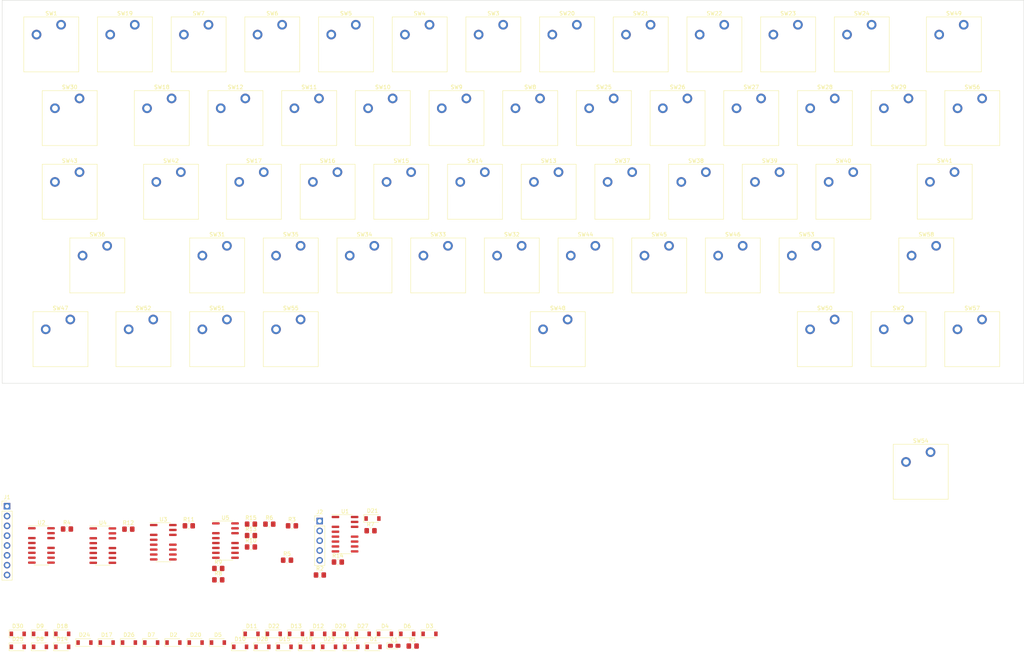
<source format=kicad_pcb>
(kicad_pcb (version 20211014) (generator pcbnew)
  (layers (0 "F.Cu" signal) (31 "B.Cu" signal) (34 "B.Paste" user) (35 "F.Paste" user) (36 "B.SilkS" user "B.Silkscreen") (37 "F.SilkS" user "F.Silkscreen") (38 "B.Mask" user) (39 "F.Mask" user) (44 "Edge.Cuts" user))
  (net 0 "")
  (net 1 "+5V")
  (net 2 "GND")
  (net 3 "/CAPS LOCK-2")
  (net 4 "/CAPS SHIFT ON")
  (net 5 "Net-(D2-Pad2)")
  (net 6 "Net-(D3-Pad2)")
  (net 7 "Net-(D4-Pad1)")
  (net 8 "Net-(D5-Pad1)")
  (net 9 "Net-(D6-Pad2)")
  (net 10 "Net-(D7-Pad2)")
  (net 11 "/DELETE-2")
  (net 12 "/QUOTES-2")
  (net 13 "Net-(D10-Pad2)")
  (net 14 "Net-(D11-Pad2)")
  (net 15 "/CAPS SHIFT-2")
  (net 16 "Net-(D13-Pad1)")
  (net 17 "Net-(D14-Pad2)")
  (net 18 "Net-(D15-Pad2)")
  (net 19 "/SYMB SHIFT ON")
  (net 20 "/DOWN-1")
  (net 21 "/BREAK-2")
  (net 22 "/PERIOD-1")
  (net 23 "/CAPS LOCK-1")
  (net 24 "/BREAK-1")
  (net 25 "Net-(D23-Pad2)")
  (net 26 "Net-(D24-Pad2)")
  (net 27 "Net-(D25-Pad2)")
  (net 28 "Net-(D26-Pad2)")
  (net 29 "Net-(D27-Pad2)")
  (net 30 "Net-(D28-Pad2)")
  (net 31 "Net-(D29-Pad2)")
  (net 32 "Net-(D30-Pad2)")
  (net 67 "/COMMA-1")
  (footprint "Switch_Keyboard_Cherry_MX:SW_Cherry_MX_PCB_1.00u" (layer "F.Cu") (at 268.605 55.88)
    (fp_text reference "SW56" (at 0 -8) (layer "F.SilkS"))
    (fp_text value "QUOTES")
    (pad "" np_thru_hole circle locked (at 0 0) (size 4 4) (drill 4) (layers *.Cu *.Mask))
    (pad "" np_thru_hole circle locked (at -5.08 0) (size 1.75 1.75) (drill 1.75) (layers *.Cu *.Mask))
    (pad "" np_thru_hole circle locked (at 5.08 0) (size 1.75 1.75) (drill 1.75) (layers *.Cu *.Mask))
    (pad "1" thru_hole circle locked (at -3.81 -2.54) (size 2.5 2.5) (drill 1.5) (layers *.Cu "B.Mask") (net 1 "+5V"))
    (pad "2" thru_hole circle locked (at 2.54 -5.08) (size 2.5 2.5) (drill 1.5) (layers *.Cu "B.Mask") (net 31 "Net-(D29-Pad2)"))
  )
  (footprint "Switch_Keyboard_Cherry_MX:SW_Cherry_MX_PCB_1.00u" (layer "F.Cu") (at 182.88 36.83)
    (fp_text reference "SW21" (at 0 -8) (layer "F.SilkS"))
    (fp_text value "7")
    (pad "" np_thru_hole circle locked (at 5.08 0) (size 1.75 1.75) (drill 1.75) (layers *.Cu *.Mask))
    (pad "" np_thru_hole circle locked (at 0 0) (size 4 4) (drill 4) (layers *.Cu *.Mask))
    (pad "" np_thru_hole circle locked (at -5.08 0) (size 1.75 1.75) (drill 1.75) (layers *.Cu *.Mask))
    (pad "1" thru_hole circle locked (at -3.81 -2.54) (size 2.5 2.5) (drill 1.5) (layers *.Cu "B.Mask") (net 11 "/DELETE-2"))
    (pad "2" thru_hole circle locked (at 2.54 -5.08) (size 2.5 2.5) (drill 1.5) (layers *.Cu "B.Mask"))
  )
  (footprint "Switch_Keyboard_Cherry_MX:SW_Cherry_MX_PCB_1.00u" (layer "F.Cu") (at 187.6552 93.98)
    (fp_text reference "SW45" (at 0 -8) (layer "F.SilkS"))
    (fp_text value "N")
    (pad "" np_thru_hole circle locked (at -5.08 0) (size 1.75 1.75) (drill 1.75) (layers *.Cu *.Mask))
    (pad "" np_thru_hole circle locked (at 0 0) (size 4 4) (drill 4) (layers *.Cu *.Mask))
    (pad "" np_thru_hole circle locked (at 5.08 0) (size 1.75 1.75) (drill 1.75) (layers *.Cu *.Mask))
    (pad "1" thru_hole circle locked (at -3.81 -2.54) (size 2.5 2.5) (drill 1.5) (layers *.Cu "B.Mask") (net 21 "/BREAK-2"))
    (pad "2" thru_hole circle locked (at 2.54 -5.08) (size 2.5 2.5) (drill 1.5) (layers *.Cu "B.Mask"))
  )
  (footprint "Diode_SMD:D_SOD-123" (layer "F.Cu") (at 33.32 189.23)
    (fp_text reference "D18" (at 0 -2) (layer "F.SilkS"))
    (fp_text value "BAT42W-V")
    (pad "1" smd rect (at -1.65 0) (size 0.9 1.2) (layers "F.Cu" "F.Paste" "F.Mask") (net 1 "+5V"))
    (pad "2" smd rect (at 1.65 0) (size 0.9 1.2) (layers "F.Cu" "F.Paste" "F.Mask") (net 20 "/DOWN-1"))
  )
  (footprint "Resistor_SMD:R_0805_2012Metric_Pad1.20x1.40mm_HandSolder" (layer "F.Cu") (at 123.92 192.38)
    (fp_text reference "R1" (at 0 -1.65) (layer "F.SilkS"))
    (fp_text value "10K")
    (pad "1" smd roundrect (at -1 0) (size 1.2 1.4) (layers "F.Cu" "F.Paste" "F.Mask") (roundrect_rratio 0.208333) (net 5 "Net-(D2-Pad2)"))
    (pad "2" smd roundrect (at 1 0) (size 1.2 1.4) (layers "F.Cu" "F.Paste" "F.Mask") (roundrect_rratio 0.208333) (net 2 "GND"))
  )
  (footprint "Switch_Keyboard_Cherry_MX:SW_Cherry_MX_PCB_1.00u" (layer "F.Cu") (at 168.6052 93.98)
    (fp_text reference "SW44" (at 0 -8) (layer "F.SilkS"))
    (fp_text value "B")
    (pad "" np_thru_hole circle locked (at 0 0) (size 4 4) (drill 4) (layers *.Cu *.Mask))
    (pad "" np_thru_hole circle locked (at -5.08 0) (size 1.75 1.75) (drill 1.75) (layers *.Cu *.Mask))
    (pad "" np_thru_hole circle locked (at 5.08 0) (size 1.75 1.75) (drill 1.75) (layers *.Cu *.Mask))
    (pad "1" thru_hole circle locked (at -3.81 -2.54) (size 2.5 2.5) (drill 1.5) (layers *.Cu "B.Mask") (net 21 "/BREAK-2"))
    (pad "2" thru_hole circle locked (at 2.54 -5.08) (size 2.5 2.5) (drill 1.5) (layers *.Cu "B.Mask"))
  )
  (footprint "Switch_Keyboard_Cherry_MX:SW_Cherry_MX_PCB_1.25u" (layer "F.Cu") (at 32.86125 113.03)
    (fp_text reference "SW47" (at 0 -8) (layer "F.SilkS"))
    (fp_text value "SYMB SHIFT")
    (pad "" np_thru_hole circle locked (at 0 0) (size 4 4) (drill 4) (layers *.Cu *.Mask))
    (pad "" np_thru_hole circle locked (at -5.08 0) (size 1.75 1.75) (drill 1.75) (layers *.Cu *.Mask))
    (pad "" np_thru_hole circle locked (at 5.08 0) (size 1.75 1.75) (drill 1.75) (layers *.Cu *.Mask))
    (pad "1" thru_hole circle locked (at -3.81 -2.54) (size 2.5 2.5) (drill 1.5) (layers *.Cu "B.Mask") (net 21 "/BREAK-2"))
    (pad "2" thru_hole circle locked (at 2.54 -5.08) (size 2.5 2.5) (drill 1.5) (layers *.Cu "B.Mask"))
  )
  (footprint "Diode_SMD:D_SOD-123" (layer "F.Cu") (at 27.57 192.58)
    (fp_text reference "D8" (at 0 -2) (layer "F.SilkS"))
    (fp_text value "BAT42W-V")
    (pad "1" smd rect (at -1.65 0) (size 0.9 1.2) (layers "F.Cu" "F.Paste" "F.Mask") (net 11 "/DELETE-2"))
    (pad "2" smd rect (at 1.65 0) (size 0.9 1.2) (layers "F.Cu" "F.Paste" "F.Mask") (net 2 "GND"))
  )
  (footprint "Switch_Keyboard_Cherry_MX:SW_Cherry_MX_PCB_1.00u" (layer "F.Cu") (at 149.5552 93.98)
    (fp_text reference "SW32" (at 0 -8) (layer "F.SilkS"))
    (fp_text value "V")
    (pad "" np_thru_hole circle locked (at 0 0) (size 4 4) (drill 4) (layers *.Cu *.Mask))
    (pad "" np_thru_hole circle locked (at 5.08 0) (size 1.75 1.75) (drill 1.75) (layers *.Cu *.Mask))
    (pad "" np_thru_hole circle locked (at -5.08 0) (size 1.75 1.75) (drill 1.75) (layers *.Cu *.Mask))
    (pad "1" thru_hole circle locked (at -3.81 -2.54) (size 2.5 2.5) (drill 1.5) (layers *.Cu "B.Mask") (net 15 "/CAPS SHIFT-2"))
    (pad "2" thru_hole circle locked (at 2.54 -5.08) (size 2.5 2.5) (drill 1.5) (layers *.Cu "B.Mask"))
  )
  (footprint "Resistor_SMD:R_0805_2012Metric_Pad1.20x1.40mm_HandSolder" (layer "F.Cu") (at 113.03 162.56)
    (fp_text reference "R7" (at 0 -1.65) (layer "F.SilkS"))
    (fp_text value "10K")
    (pad "1" smd roundrect (at -1 0) (size 1.2 1.4) (layers "F.Cu" "F.Paste" "F.Mask") (roundrect_rratio 0.208333) (net 17 "Net-(D14-Pad2)"))
    (pad "2" smd roundrect (at 1 0) (size 1.2 1.4) (layers "F.Cu" "F.Paste" "F.Mask") (roundrect_rratio 0.208333) (net 2 "GND"))
  )
  (footprint "Resistor_SMD:R_0805_2012Metric_Pad1.20x1.40mm_HandSolder" (layer "F.Cu") (at 82.11 166.76)
    (fp_text reference "R10" (at 0 -1.65) (layer "F.SilkS"))
    (fp_text value "10K")
    (pad "1" smd roundrect (at -1 0) (size 1.2 1.4) (layers "F.Cu" "F.Paste" "F.Mask") (roundrect_rratio 0.208333) (net 27 "Net-(D25-Pad2)"))
    (pad "2" smd roundrect (at 1 0) (size 1.2 1.4) (layers "F.Cu" "F.Paste" "F.Mask") (roundrect_rratio 0.208333) (net 2 "GND"))
  )
  (footprint "Diode_SMD:D_SOD-123" (layer "F.Cu") (at 21.82 189.23)
    (fp_text reference "D30" (at 0 -2) (layer "F.SilkS"))
    (fp_text value "BAT42W-V")
    (pad "1" smd rect (at -1.65 0) (size 0.9 1.2) (layers "F.Cu" "F.Paste" "F.Mask") (net 19 "/SYMB SHIFT ON"))
    (pad "2" smd rect (at 1.65 0) (size 0.9 1.2) (layers "F.Cu" "F.Paste" "F.Mask") (net 32 "Net-(D30-Pad2)"))
  )
  (footprint "Resistor_SMD:R_0805_2012Metric_Pad1.20x1.40mm_HandSolder" (layer "F.Cu") (at 66.04 161.29)
    (fp_text reference "R11" (at 0 -1.65) (layer "F.SilkS"))
    (fp_text value "10K")
    (pad "1" smd roundrect (at -1 0) (size 1.2 1.4) (layers "F.Cu" "F.Paste" "F.Mask") (roundrect_rratio 0.208333) (net 28 "Net-(D26-Pad2)"))
    (pad "2" smd roundrect (at 1 0) (size 1.2 1.4) (layers "F.Cu" "F.Paste" "F.Mask") (roundrect_rratio 0.208333) (net 2 "GND"))
  )
  (footprint "Diode_SMD:D_SOD-123" (layer "F.Cu") (at 73.57 191.48)
    (fp_text reference "D5" (at 0 -2) (layer "F.SilkS"))
    (fp_text value "BAT42W-V")
    (pad "1" smd rect (at -1.65 0) (size 0.9 1.2) (layers "F.Cu" "F.Paste" "F.Mask") (net 8 "Net-(D5-Pad1)"))
    (pad "2" smd rect (at 1.65 0) (size 0.9 1.2) (layers "F.Cu" "F.Paste" "F.Mask") (net 2 "GND"))
  )
  (footprint "Switch_Keyboard_Cherry_MX:SW_Cherry_MX_PCB_1.00u" (layer "F.Cu") (at 211.455 55.88)
    (fp_text reference "SW27" (at 0 -8) (layer "F.SilkS"))
    (fp_text value "I")
    (pad "" np_thru_hole circle locked (at -5.08 0) (size 1.75 1.75) (drill 1.75) (layers *.Cu *.Mask))
    (pad "" np_thru_hole circle locked (at 5.08 0) (size 1.75 1.75) (drill 1.75) (layers *.Cu *.Mask))
    (pad "" np_thru_hole circle locked (at 0 0) (size 4 4) (drill 4) (layers *.Cu *.Mask))
    (pad "1" thru_hole circle locked (at -3.81 -2.54) (size 2.5 2.5) (drill 1.5) (layers *.Cu "B.Mask") (net 12 "/QUOTES-2"))
    (pad "2" thru_hole circle locked (at 2.54 -5.08) (size 2.5 2.5) (drill 1.5) (layers *.Cu "B.Mask"))
  )
  (footprint "Switch_Keyboard_Cherry_MX:SW_Cherry_MX_PCB_1.00u" (layer "F.Cu") (at 87.63 36.83)
    (fp_text reference "SW6" (at 0 -8) (layer "F.SilkS"))
    (fp_text value "2")
    (pad "" np_thru_hole circle locked (at 5.08 0) (size 1.75 1.75) (drill 1.75) (layers *.Cu *.Mask))
    (pad "" np_thru_hole circle locked (at 0 0) (size 4 4) (drill 4) (layers *.Cu *.Mask))
    (pad "" np_thru_hole circle locked (at -5.08 0) (size 1.75 1.75) (drill 1.75) (layers *.Cu *.Mask))
    (pad "1" thru_hole circle locked (at -3.81 -2.54) (size 2.5 2.5) (drill 1.5) (layers *.Cu "B.Mask") (net 3 "/CAPS LOCK-2"))
    (pad "2" thru_hole circle locked (at 2.54 -5.08) (size 2.5 2.5) (drill 1.5) (layers *.Cu "B.Mask") (net 23 "/CAPS LOCK-1"))
  )
  (footprint "Switch_Keyboard_Cherry_MX:SW_Cherry_MX_PCB_1.00u" (layer "F.Cu") (at 140.0302 74.93)
    (fp_text reference "SW14" (at 0 -8) (layer "F.SilkS"))
    (fp_text value "F")
    (pad "" np_thru_hole circle locked (at 5.08 0) (size 1.75 1.75) (drill 1.75) (layers *.Cu *.Mask))
    (pad "" np_thru_hole circle locked (at -5.08 0) (size 1.75 1.75) (drill 1.75) (layers *.Cu *.Mask))
    (pad "" np_thru_hole circle locked (at 0 0) (size 4 4) (drill 4) (layers *.Cu *.Mask))
    (pad "1" thru_hole circle locked (at -3.81 -2.54) (size 2.5 2.5) (drill 1.5) (layers *.Cu "B.Mask") (net 8 "Net-(D5-Pad1)"))
    (pad "2" thru_hole circle locked (at 2.54 -5.08) (size 2.5 2.5) (drill 1.5) (layers *.Cu "B.Mask"))
  )
  (footprint "Package_SO:SOIC-14-16_3.9x9.9mm_P1.27mm" (layer "F.Cu") (at 59.44 165.54)
    (fp_text reference "U3" (at 0 -5.9) (layer "F.SilkS"))
    (fp_text value "4066")
    (pad "1" smd roundrect (at -2.475 -4.445) (size 1.95 0.6) (layers "F.Cu" "F.Paste" "F.Mask") (net 11 "/DELETE-2"))
    (pad "3" smd roundrect (at -2.475 -1.905) (size 1.95 0.6) (layers "F.Cu" "F.Paste" "F.Mask"))
    (pad "4" smd roundrect (at -2.475 -0.635) (size 1.95 0.6) (layers "F.Cu" "F.Paste" "F.Mask"))
    (pad "5" smd roundrect (at -2.475 0.635) (size 1.95 0.6) (layers "F.Cu" "F.Paste" "F.Mask"))
    (pad "6" smd roundrect (at -2.475 1.905) (size 1.95 0.6) (layers "F.Cu" "F.Paste" "F.Mask") (net 25 "Net-(D23-Pad2)"))
    (pad "7" smd roundrect (at -2.475 3.175) (size 1.95 0.6) (layers "F.Cu" "F.Paste" "F.Mask") (net 2 "GND"))
    (pad "8" smd roundrect (at -2.475 4.445) (size 1.95 0.6) (layers "F.Cu" "F.Paste" "F.Mask") (net 21 "/BREAK-2"))
    (pad "9" smd roundrect (at 2.475 4.445) (size 1.95 0.6) (layers "F.Cu" "F.Paste" "F.Mask") (net 24 "/BREAK-1"))
    (pad "10" smd roundrect (at 2.475 3.175) (size 1.95 0.6) (layers "F.Cu" "F.Paste" "F.Mask"))
    (pad "11" smd roundrect (at 2.475 1.905) (size 1.95 0.6) (layers "F.Cu" "F.Paste" "F.Mask"))
    (pad "12" smd roundrect (at 2.475 0.635) (size 1.95 0.6) (layers "F.Cu" "F.Paste" "F.Mask"))
    (pad "14" smd roundrect (at 2.475 -1.905) (size 1.95 0.6) (layers "F.Cu" "F.Paste" "F.Mask") (net 1 "+5V"))
    (pad "15" smd roundrect (at 2.475 -3.175) (size 1.95 0.6) (layers "F.Cu" "F.Paste" "F.Mask"))
    (pad "16" smd roundrect (at 2.475 -4.445) (size 1.95 0.6) (layers "F.Cu" "F.Paste" "F.Mask"))
  )
  (footprint "Switch_Keyboard_Cherry_MX:SW_Cherry_MX_PCB_1.00u" (layer "F.Cu") (at 159.0802 74.93)
    (fp_text reference "SW13" (at 0 -8) (layer "F.SilkS"))
    (fp_text value "G")
    (pad "" np_thru_hole circle locked (at 5.08 0) (size 1.75 1.75) (drill 1.75) (layers *.Cu *.Mask))
    (pad "" np_thru_hole circle locked (at 0 0) (size 4 4) (drill 4) (layers *.Cu *.Mask))
    (pad "" np_thru_hole circle locked (at -5.08 0) (size 1.75 1.75) (drill 1.75) (layers *.Cu *.Mask))
    (pad "1" thru_hole circle locked (at -3.81 -2.54) (size 2.5 2.5) (drill 1.5) (layers *.Cu "B.Mask") (net 8 "Net-(D5-Pad1)"))
    (pad "2" thru_hole circle locked (at 2.54 -5.08) (size 2.5 2.5) (drill 1.5) (layers *.Cu "B.Mask"))
  )
  (footprint "Switch_Keyboard_Cherry_MX:SW_Cherry_MX_PCB_1.00u" (layer "F.Cu") (at 106.68 36.83)
    (fp_text reference "SW5" (at 0 -8) (layer "F.SilkS"))
    (fp_text value "3")
    (pad "" np_thru_hole circle locked (at -5.08 0) (size 1.75 1.75) (drill 1.75) (layers *.Cu *.Mask))
    (pad "" np_thru_hole circle locked (at 5.08 0) (size 1.75 1.75) (drill 1.75) (layers *.Cu *.Mask))
    (pad "" np_thru_hole circle locked (at 0 0) (size 4 4) (drill 4) (layers *.Cu *.Mask))
    (pad "1" thru_hole circle locked (at -3.81 -2.54) (size 2.5 2.5) (drill 1.5) (layers *.Cu "B.Mask") (net 3 "/CAPS LOCK-2"))
    (pad "2" thru_hole circle locked (at 2.54 -5.08) (size 2.5 2.5) (drill 1.5) (layers *.Cu "B.Mask") (net 22 "/PERIOD-1"))
  )
  (footprint "Switch_Keyboard_Cherry_MX:SW_Cherry_MX_PCB_1.00u" (layer "F.Cu") (at 206.7052 93.98)
    (fp_text reference "SW46" (at 0 -8) (layer "F.SilkS"))
    (fp_text value "M")
    (pad "" np_thru_hole circle locked (at 5.08 0) (size 1.75 1.75) (drill 1.75) (layers *.Cu *.Mask))
    (pad "" np_thru_hole circle locked (at -5.08 0) (size 1.75 1.75) (drill 1.75) (layers *.Cu *.Mask))
    (pad "" np_thru_hole circle locked (at 0 0) (size 4 4) (drill 4) (layers *.Cu *.Mask))
    (pad "1" thru_hole circle locked (at -3.81 -2.54) (size 2.5 2.5) (drill 1.5) (layers *.Cu "B.Mask") (net 21 "/BREAK-2"))
    (pad "2" thru_hole circle locked (at 2.54 -5.08) (size 2.5 2.5) (drill 1.5) (layers *.Cu "B.Mask"))
  )
  (footprint "Switch_Keyboard_Cherry_MX:SW_Cherry_MX_PCB_1.00u" (layer "F.Cu") (at 82.8802 74.93)
    (fp_text reference "SW17" (at 0 -8) (layer "F.SilkS"))
    (fp_text value "A")
    (pad "" np_thru_hole circle locked (at -5.08 0) (size 1.75 1.75) (drill 1.75) (layers *.Cu *.Mask))
    (pad "" np_thru_hole circle locked (at 0 0) (size 4 4) (drill 4) (layers *.Cu *.Mask))
    (pad "" np_thru_hole circle locked (at 5.08 0) (size 1.75 1.75) (drill 1.75) (layers *.Cu *.Mask))
    (pad "1" thru_hole circle locked (at -3.81 -2.54) (size 2.5 2.5) (drill 1.5) (layers *.Cu "B.Mask") (net 8 "Net-(D5-Pad1)"))
    (pad "2" thru_hole circle locked (at 2.54 -5.08) (size 2.5 2.5) (drill 1.5) (layers *.Cu "B.Mask") (net 24 "/BREAK-1"))
  )
  (footprint "Diode_SMD:D_SOD-123" (layer "F.Cu") (at 85.07 192.58)
    (fp_text reference "D28" (at 0 -2) (layer "F.SilkS"))
    (fp_text value "BAT42W-V")
    (pad "1" smd rect (at -1.65 0) (size 0.9 1.2) (layers "F.Cu" "F.Paste" "F.Mask") (net 4 "/CAPS SHIFT ON"))
    (pad "2" smd rect (at 1.65 0) (size 0.9 1.2) (layers "F.Cu" "F.Paste" "F.Mask") (net 30 "Net-(D28-Pad2)"))
  )
  (footprint "Switch_Keyboard_Cherry_MX:SW_Cherry_MX_PCB_1.00u" (layer "F.Cu") (at 92.4052 93.98)
    (fp_text reference "SW35" (at 0 -8) (layer "F.SilkS"))
    (fp_text value "Z")
    (pad "" np_thru_hole circle locked (at -5.08 0) (size 1.75 1.75) (drill 1.75) (layers *.Cu *.Mask))
    (pad "" np_thru_hole circle locked (at 0 0) (size 4 4) (drill 4) (layers *.Cu *.Mask))
    (pad "" np_thru_hole circle locked (at 5.08 0) (size 1.75 1.75) (drill 1.75) (layers *.Cu *.Mask))
    (pad "1" thru_hole circle locked (at -3.81 -2.54) (size 2.5 2.5) (drill 1.5) (layers *.Cu "B.Mask") (net 15 "/CAPS SHIFT-2"))
    (pad "2" thru_hole circle locked (at 2.54 -5.08) (size 2.5 2.5) (drill 1.5) (layers *.Cu "B.Mask"))
  )
  (footprint "Diode_SMD:D_SOD-123" (layer "F.Cu") (at 116.77 189.23)
    (fp_text reference "D4" (at 0 -2) (layer "F.SilkS"))
    (fp_text value "BAT42W-V")
    (pad "1" smd rect (at -1.65 0) (size 0.9 1.2) (layers "F.Cu" "F.Paste" "F.Mask") (net 7 "Net-(D4-Pad1)"))
    (pad "2" smd rect (at 1.65 0) (size 0.9 1.2) (layers "F.Cu" "F.Paste" "F.Mask") (net 2 "GND"))
  )
  (footprint "Switch_Keyboard_Cherry_MX:SW_Cherry_MX_PCB_1.00u" (layer "F.Cu") (at 216.2302 74.93)
    (fp_text reference "SW39" (at 0 -8) (layer "F.SilkS"))
    (fp_text value "K")
    (pad "" np_thru_hole circle locked (at -5.08 0) (size 1.75 1.75) (drill 1.75) (layers *.Cu *.Mask))
    (pad "" np_thru_hole circle locked (at 0 0) (size 4 4) (drill 4) (layers *.Cu *.Mask))
    (pad "" np_thru_hole circle locked (at 5.08 0) (size 1.75 1.75) (drill 1.75) (layers *.Cu *.Mask))
    (pad "1" thru_hole circle locked (at -3.81 -2.54) (size 2.5 2.5) (drill 1.5) (layers *.Cu "B.Mask") (net 16 "Net-(D13-Pad1)"))
    (pad "2" thru_hole circle locked (at 2.54 -5.08) (size 2.5 2.5) (drill 1.5) (layers *.Cu "B.Mask"))
  )
  (footprint "Package_SO:SOIC-14-16_3.9x9.9mm_P1.27mm" (layer "F.Cu") (at 106.43 163.46)
    (fp_text reference "U1" (at 0 -5.9) (layer "F.SilkS"))
    (fp_text value "4066")
    (pad "1" smd roundrect (at -2.475 -4.445) (size 1.95 0.6) (layers "F.Cu" "F.Paste" "F.Mask") (net 3 "/CAPS LOCK-2"))
    (pad "3" smd roundrect (at -2.475 -1.905) (size 1.95 0.6) (layers "F.Cu" "F.Paste" "F.Mask") (net 3 "/CAPS LOCK-2"))
    (pad "4" smd roundrect (at -2.475 -0.635) (size 1.95 0.6) (layers "F.Cu" "F.Paste" "F.Mask") (net 22 "/PERIOD-1"))
    (pad "5" smd roundrect (at -2.475 0.635) (size 1.95 0.6) (layers "F.Cu" "F.Paste" "F.Mask") (net 10 "Net-(D7-Pad2)"))
    (pad "6" smd roundrect (at -2.475 1.905) (size 1.95 0.6) (layers "F.Cu" "F.Paste" "F.Mask") (net 14 "Net-(D11-Pad2)"))
    (pad "7" smd roundrect (at -2.475 3.175) (size 1.95 0.6) (layers "F.Cu" "F.Paste" "F.Mask") (net 2 "GND"))
    (pad "8" smd roundrect (at -2.475 4.445) (size 1.95 0.6) (layers "F.Cu" "F.Paste" "F.Mask") (net 3 "/CAPS LOCK-2"))
    (pad "9" smd roundrect (at 2.475 4.445) (size 1.95 0.6) (layers "F.Cu" "F.Paste" "F.Mask") (net 23 "/CAPS LOCK-1"))
    (pad "10" smd roundrect (at 2.475 3.175) (size 1.95 0.6) (layers "F.Cu" "F.Paste" "F.Mask") (net 20 "/DOWN-1"))
    (pad "11" smd roundrect (at 2.475 1.905) (size 1.95 0.6) (layers "F.Cu" "F.Paste" "F.Mask") (net 11 "/DELETE-2"))
    (pad "12" smd roundrect (at 2.475 0.635) (size 1.95 0.6) (layers "F.Cu" "F.Paste" "F.Mask") (net 6 "Net-(D3-Pad2)"))
    (pad "14" smd roundrect (at 2.475 -1.905) (size 1.95 0.6) (layers "F.Cu" "F.Paste" "F.Mask") (net 1 "+5V"))
    (pad "15" smd roundrect (at 2.475 -3.175) (size 1.95 0.6) (layers "F.Cu" "F.Paste" "F.Mask"))
    (pad "16" smd roundrect (at 2.475 -4.445) (size 1.95 0.6) (layers "F.Cu" "F.Paste" "F.Mask"))
  )
  (footprint "Diode_SMD:D_SOD-123" (layer "F.Cu") (at 21.82 192.58)
    (fp_text reference "D25" (at 0 -2) (layer "F.SilkS"))
    (fp_text value "BAT42W-V")
    (pad "1" smd rect (at -1.65 0) (size 0.9 1.2) (layers "F.Cu" "F.Paste" "F.Mask") (net 4 "/CAPS SHIFT ON"))
    (pad "2" smd rect (at 1.65 0) (size 0.9 1.2) (layers "F.Cu" "F.Paste" "F.Mask") (net 27 "Net-(D25-Pad2)"))
  )
  (footprint "Switch_Keyboard_Cherry_MX:SW_Cherry_MX_PCB_1.00u" (layer "F.Cu") (at 178.1302 74.93)
    (fp_text reference "SW37" (at 0 -8) (layer "F.SilkS"))
    (fp_text value "H")
    (pad "" np_thru_hole circle locked (at 0 0) (size 4 4) (drill 4) (layers *.Cu *.Mask))
    (pad "" np_thru_hole circle locked (at 5.08 0) (size 1.75 1.75) (drill 1.75) (layers *.Cu *.Mask))
    (pad "" np_thru_hole circle locked (at -5.08 0) (size 1.75 1.75) (drill 1.75) (layers *.Cu *.Mask))
    (pad "1" thru_hole circle locked (at -3.81 -2.54) (size 2.5 2.5) (drill 1.5) (layers *.Cu "B.Mask") (net 16 "Net-(D13-Pad1)"))
    (pad "2" thru_hole circle locked (at 2.54 -5.08) (size 2.5 2.5) (drill 1.5) (layers *.Cu "B.Mask"))
  )
  (footprint "Diode_SMD:D_SOD-123" (layer "F.Cu") (at 99.52 189.23)
    (fp_text reference "D12" (at 0 -2) (layer "F.SilkS"))
    (fp_text value "BAT42W-V")
    (pad "1" smd rect (at -1.65 0) (size 0.9 1.2) (layers "F.Cu" "F.Paste" "F.Mask") (net 15 "/CAPS SHIFT-2"))
    (pad "2" smd rect (at 1.65 0) (size 0.9 1.2) (layers "F.Cu" "F.Paste" "F.Mask") (net 2 "GND"))
  )
  (footprint "Switch_Keyboard_Cherry_MX:SW_Cherry_MX_PCB_1.00u" (layer "F.Cu") (at 230.505 55.88)
    (fp_text reference "SW28" (at 0 -8) (layer "F.SilkS"))
    (fp_text value "O")
    (pad "" np_thru_hole circle locked (at 5.08 0) (size 1.75 1.75) (drill 1.75) (layers *.Cu *.Mask))
    (pad "" np_thru_hole circle locked (at -5.08 0) (size 1.75 1.75) (drill 1.75) (layers *.Cu *.Mask))
    (pad "" np_thru_hole circle locked (at 0 0) (size 4 4) (drill 4) (layers *.Cu *.Mask))
    (pad "1" thru_hole circle locked (at -3.81 -2.54) (size 2.5 2.5) (drill 1.5) (layers *.Cu "B.Mask") (net 12 "/QUOTES-2"))
    (pad "2" thru_hole circle locked (at 2.54 -5.08) (size 2.5 2.5) (drill 1.5) (layers *.Cu "B.Mask"))
  )
  (footprint "Diode_SMD:D_SOD-123" (layer "F.Cu") (at 111.02 189.23)
    (fp_text reference "D27" (at 0 -2) (layer "F.SilkS"))
    (fp_text value "BAT42W-V")
    (pad "1" smd rect (at -1.65 0) (size 0.9 1.2) (layers "F.Cu" "F.Paste" "F.Mask") (net 19 "/SYMB SHIFT ON"))
    (pad "2" smd rect (at 1.65 0) (size 0.9 1.2) (layers "F.Cu" "F.Paste" "F.Mask") (net 29 "Net-(D27-Pad2)"))
  )
  (footprint "Diode_SMD:D_SOD-123" (layer "F.Cu") (at 108.07 192.58)
    (fp_text reference "D16" (at 0 -2) (layer "F.SilkS"))
    (fp_text value "BAT42W-V")
    (pad "1" smd rect (at -1.65 0) (size 0.9 1.2) (layers "F.Cu" "F.Paste" "F.Mask") (net 21 "/BREAK-2"))
    (pad "2" smd rect (at 1.65 0) (size 0.9 1.2) (layers "F.Cu" "F.Paste" "F.Mask") (net 2 "GND"))
  )
  (footprint "Switch_Keyboard_Cherry_MX:SW_Cherry_MX_PCB_1.00u" (layer "F.Cu") (at 255.27 147.32)
    (fp_text reference "SW54" (at 0 -8) (layer "F.SilkS"))
    (fp_text value "SYMB SHIFT")
    (pad "" np_thru_hole circle locked (at 5.08 0) (size 1.75 1.75) (drill 1.75) (layers *.Cu *.Mask))
    (pad "" np_thru_hole circle locked (at -5.08 0) (size 1.75 1.75) (drill 1.75) (layers *.Cu *.Mask))
    (pad "" np_thru_hole circle locked (at 0 0) (size 4 4) (drill 4) (layers *.Cu *.Mask))
    (pad "1" thru_hole circle locked (at -3.81 -2.54) (size 2.5 2.5) (drill 1.5) (layers *.Cu "B.Mask") (net 23 "/CAPS LOCK-1"))
    (pad "2" thru_hole circle locked (at 2.54 -5.08) (size 2.5 2.5) (drill 1.5) (layers *.Cu "B.Mask") (net 21 "/BREAK-2"))
  )
  (footprint "Switch_Keyboard_Cherry_MX:SW_Cherry_MX_PCB_1.00u" (layer "F.Cu") (at 225.7552 93.98)
    (fp_text reference "SW53" (at 0 -8) (layer "F.SilkS"))
    (fp_text value "PERIOD")
    (pad "" np_thru_hole circle locked (at 0 0) (size 4 4) (drill 4) (layers *.Cu *.Mask))
    (pad "" np_thru_hole circle locked (at -5.08 0) (size 1.75 1.75) (drill 1.75) (layers *.Cu *.Mask))
    (pad "" np_thru_hole circle locked (at 5.08 0) (size 1.75 1.75) (drill 1.75) (layers *.Cu *.Mask))
    (pad "1" thru_hole circle locked (at -3.81 -2.54) (size 2.5 2.5) (drill 1.5) (layers *.Cu "B.Mask") (net 1 "+5V"))
    (pad "2" thru_hole circle locked (at 2.54 -5.08) (size 2.5 2.5) (drill 1.5) (layers *.Cu "B.Mask") (net 29 "Net-(D27-Pad2)"))
  )
  (footprint "Resistor_SMD:R_0805_2012Metric_Pad1.20x1.40mm_HandSolder" (layer "F.Cu") (at 82.11 163.81)
    (fp_text reference "R13" (at 0 -1.65) (layer "F.SilkS"))
    (fp_text value "10K")
    (pad "1" smd roundrect (at -1 0) (size 1.2 1.4) (layers "F.Cu" "F.Paste" "F.Mask") (roundrect_rratio 0.208333) (net 30 "Net-(D28-Pad2)"))
    (pad "2" smd roundrect (at 1 0) (size 1.2 1.4) (layers "F.Cu" "F.Paste" "F.Mask") (roundrect_rratio 0.208333) (net 2 "GND"))
  )
  (footprint "Switch_Keyboard_Cherry_MX:SW_Cherry_MX_PCB_2.25u" (layer "F.Cu") (at 42.38625 93.98)
    (fp_text reference "SW36" (at 0 -8) (layer "F.SilkS"))
    (fp_text value "CAPS SHIFT")
    (pad "" np_thru_hole circle locked (at 5.08 0) (size 1.75 1.75) (drill 1.75) (layers *.Cu *.Mask))
    (pad "" np_thru_hole circle locked (at 0 0) (size 4 4) (drill 4) (layers *.Cu *.Mask))
    (pad "" np_thru_hole circle locked (at -5.08 0) (size 1.75 1.75) (drill 1.75) (layers *.Cu *.Mask))
    (pad "1" thru_hole circle locked (at -3.81 -2.54) (size 2.5 2.5) (drill 1.5) (layers *.Cu "B.Mask") (net 15 "/CAPS SHIFT-2"))
    (pad "2" thru_hole circle locked (at 2.54 -5.08) (size 2.5 2.5) (drill 1.5) (layers *.Cu "B.Mask") (net 24 "/BREAK-1"))
  )
  (footprint "Diode_SMD:D_SOD-123" (layer "F.Cu") (at 39.07 191.48)
    (fp_text reference "D24" (at 0 -2) (layer "F.SilkS"))
    (fp_text value "BAT42W-V")
    (pad "1" smd rect (at -1.65 0) (size 0.9 1.2) (layers "F.Cu" "F.Paste" "F.Mask") (net 4 "/CAPS SHIFT ON"))
    (pad "2" smd rect (at 1.65 0) (size 0.9 1.2) (layers "F.Cu" "F.Paste" "F.Mask") (net 26 "Net-(D24-Pad2)"))
  )
  (footprint "Diode_SMD:D_SOD-123" (layer "F.Cu") (at 128.27 189.23)
    (fp_text reference "D3" (at 0 -2) (layer "F.SilkS"))
    (fp_text value "BAT42W-V")
    (pad "1" smd rect (at -1.65 0) (size 0.9 1.2) (layers "F.Cu" "F.Paste" "F.Mask") (net 4 "/CAPS SHIFT ON"))
    (pad "2" smd rect (at 1.65 0) (size 0.9 1.2) (layers "F.Cu" "F.Paste" "F.Mask") (net 6 "Net-(D3-Pad2)"))
  )
  (footprint "Switch_Keyboard_Cherry_MX:SW_Cherry_MX_PCB_1.00u" (layer "F.Cu") (at 197.1802 74.93)
    (fp_text reference "SW38" (at 0 -8) (layer "F.SilkS"))
    (fp_text value "J")
    (pad "" np_thru_hole circle locked (at 5.08 0) (size 1.75 1.75) (drill 1.75) (layers *.Cu *.Mask))
    (pad "" np_thru_hole circle locked (at -5.08 0) (size 1.75 1.75) (drill 1.75) (layers *.Cu *.Mask))
    (pad "" np_thru_hole circle locked (at 0 0) (size 4 4) (drill 4) (layers *.Cu *.Mask))
    (pad "1" thru_hole circle locked (at -3.81 -2.54) (size 2.5 2.5) (drill 1.5) (layers *.Cu "B.Mask") (net 16 "Net-(D13-Pad1)"))
    (pad "2" thru_hole circle locked (at 2.54 -5.08) (size 2.5 2.5) (drill 1.5) (layers *.Cu "B.Mask"))
  )
  (footprint "Diode_SMD:D_SOD-123" (layer "F.Cu") (at 50.57 191.48)
    (fp_text reference "D26" (at 0 -2) (layer "F.SilkS"))
    (fp_text value "BAT42W-V")
    (pad "1" smd rect (at -1.65 0) (size 0.9 1.2) (layers "F.Cu" "F.Paste" "F.Mask") (net 19 "/SYMB SHIFT ON"))
    (pad "2" smd rect (at 1.65 0) (size 0.9 1.2) (layers "F.Cu" "F.Paste" "F.Mask") (net 28 "Net-(D26-Pad2)"))
  )
  (footprint "Switch_Keyboard_Cherry_MX:SW_Cherry_MX_PCB_1.00u" (layer "F.Cu") (at 268.5796 113.03)
    (fp_text reference "SW57" (at 0 -8) (layer "F.SilkS"))
    (fp_text value "COMMA")
    (pad "" np_thru_hole circle locked (at -5.08 0) (size 1.75 1.75) (drill 1.75) (layers *.Cu *.Mask))
    (pad "" np_thru_hole circle locked (at 5.08 0) (size 1.75 1.75) (drill 1.75) (layers *.Cu *.Mask))
    (pad "" np_thru_hole circle locked (at 0 0) (size 4 4) (drill 4) (layers *.Cu *.Mask))
    (pad "1" thru_hole circle locked (at -3.81 -2.54) (size 2.5 2.5) (drill 1.5) (layers *.Cu "B.Mask") (net 1 "+5V"))
    (pad "2" thru_hole circle locked (at 2.54 -5.08) (size 2.5 2.5) (drill 1.5) (layers *.Cu "B.Mask") (net 32 "Net-(D30-Pad2)"))
  )
  (footprint "Package_SO:SOIC-14-16_3.9x9.9mm_P1.27mm" (layer "F.Cu") (at 27.94 166.37)
    (fp_text reference "U2" (at 0 -5.9) (layer "F.SilkS"))
    (fp_text value "4066")
    (pad "1" smd roundrect (at -2.475 -4.445) (size 1.95 0.6) (layers "F.Cu" "F.Paste" "F.Mask") (net 11 "/DELETE-2"))
    (pad "3" smd roundrect (at -2.475 -1.905) (size 1.95 0.6) (layers "F.Cu" "F.Paste" "F.Mask") (net 24 "/BREAK-1"))
    (pad "4" smd roundrect (at -2.475 -0.635) (size 1.95 0.6) (layers "F.Cu" "F.Paste" "F.Mask") (net 11 "/DELETE-2"))
    (pad "5" smd roundrect (at -2.475 0.635) (size 1.95 0.6) (layers "F.Cu" "F.Paste" "F.Mask") (net 13 "Net-(D10-Pad2)"))
    (pad "6" smd roundrect (at -2.475 1.905) (size 1.95 0.6) (layers "F.Cu" "F.Paste" "F.Mask"))
    (pad "7" smd roundrect (at -2.475 3.175) (size 1.95 0.6) (layers "F.Cu" "F.Paste" "F.Mask") (net 2 "GND"))
    (pad "8" smd roundrect (at -2.475 4.445) (size 1.95 0.6) (layers "F.Cu" "F.Paste" "F.Mask"))
    (pad "9" smd roundrect (at 2.475 4.445) (size 1.95 0.6) (layers "F.Cu" "F.Paste" "F.Mask"))
    (pad "10" smd roundrect (at 2.475 3.175) (size 1.95 0.6) (layers "F.Cu" "F.Paste" "F.Mask") (net 24 "/BREAK-1"))
    (pad "11" smd roundrect (at 2.475 1.905) (size 1.95 0.6) (layers "F.Cu" "F.Paste" "F.Mask") (net 3 "/CAPS LOCK-2"))
    (pad "12" smd roundrect (at 2.475 0.635) (size 1.95 0.6) (layers "F.Cu" "F.Paste" "F.Mask") (net 17 "Net-(D14-Pad2)"))
    (pad "14" smd roundrect (at 2.475 -1.905) (size 1.95 0.6) (layers "F.Cu" "F.Paste" "F.Mask") (net 1 "+5V"))
    (pad "15" smd roundrect (at 2.475 -3.175) (size 1.95 0.6) (layers "F.Cu" "F.Paste" "F.Mask"))
    (pad "16" smd roundrect (at 2.475 -4.445) (size 1.95 0.6) (layers "F.Cu" "F.Paste" "F.Mask"))
  )
  (footprint "Switch_Keyboard_Cherry_MX:SW_Cherry_MX_PCB_2.25u" (layer "F.Cu") (at 256.7178 93.98)
    (fp_text reference "SW58" (at 0 -8) (layer "F.SilkS"))
    (fp_text value "CAPS SHIFT")
    (pad "" np_thru_hole circle locked (at 0 0) (size 4 4) (drill 4) (layers *.Cu *.Mask))
    (pad "" np_thru_hole circle locked (at 5.08 0) (size 1.75 1.75) (drill 1.75) (layers *.Cu *.Mask))
    (pad "" np_thru_hole circle locked (at -5.08 0) (size 1.75 1.75) (drill 1.75) (layers *.Cu *.Mask))
    (pad "1" thru_hole circle locked (at -3.81 -2.54) (size 2.5 2.5) (drill 1.5) (layers *.Cu "B.Mask") (net 24 "/BREAK-1"))
    (pad "2" thru_hole circle locked (at 2.54 -5.08) (size 2.5 2.5) (drill 1.5) (layers *.Cu "B.Mask") (net 15 "/CAPS SHIFT-2"))
  )
  (footprint "Switch_Keyboard_Cherry_MX:SW_Cherry_MX_PCB_1.00u" (layer "F.Cu") (at 116.205 55.88)
    (fp_text reference "SW10" (at 0 -8) (layer "F.SilkS"))
    (fp_text value "E")
    (pad "" np_thru_hole circle locked (at 0 0) (size 4 4) (drill 4) (layers *.Cu *.Mask))
    (pad "" np_thru_hole circle locked (at -5.08 0) (size 1.75 1.75) (drill 1.75) (layers *.Cu *.Mask))
    (pad "" np_thru_hole circle locked (at 5.08 0) (size 1.75 1.75) (drill 1.75) (layers *.Cu *.Mask))
    (pad "1" thru_hole circle locked (at -3.81 -2.54) (size 2.5 2.5) (drill 1.5) (layers *.Cu "B.Mask") (net 7 "Net-(D4-Pad1)"))
    (pad "2" thru_hole circle locked (at 2.54 -5.08) (size 2.5 2.5) (drill 1.5) (layers *.Cu "B.Mask"))
  )
  (footprint "Switch_Keyboard_Cherry_MX:SW_Cherry_MX_PCB_6.25u" (layer "F.Cu") (at 161.4424 113.03)
    (fp_text reference "SW48" (at 0 -8) (layer "F.SilkS"))
    (fp_text value "SPACE")
    (pad "" np_thru_hole circle locked (at 5.08 0) (size 1.75 1.75) (drill 1.75) (layers *.Cu *.Mask))
    (pad "" np_thru_hole circle locked (at -5.08 0) (size 1.75 1.75) (drill 1.75) (layers *.Cu *.Mask))
    (pad "" np_thru_hole circle locked (at 0 0) (size 4 4) (drill 4) (layers *.Cu *.Mask))
    (pad "1" thru_hole circle locked (at -3.81 -2.54) (size 2.5 2.5) (drill 1.5) (layers *.Cu "B.Mask") (net 21 "/BREAK-2"))
    (pad "2" thru_hole circle locked (at 2.54 -5.08) (size 2.5 2.5) (drill 1.5) (layers *.Cu "B.Mask") (net 24 "/BREAK-1"))
  )
  (footprint "Switch_Keyboard_Cherry_MX:SW_Cherry_MX_PCB_1.25u" (layer "F.Cu") (at 61.4426 74.93)
    (fp_text reference "SW42" (at 0 -8) (layer "F.SilkS"))
    (fp_text value "EDIT")
    (pad "" np_thru_hole circle locked (at 5.08 0) (size 1.75 1.75) (drill 1.75) (layers *.Cu *.Mask))
    (pad "" np_thru_hole circle locked (at -5.08 0) (size 1.75 1.75) (drill 1.75) (layers *.Cu *.Mask))
    (pad "" np_thru_hole circle locked (at 0 0) (size 4 4) (drill 4) (layers *.Cu *.Mask))
    (pad "1" thru_hole circle locked (at -3.81 -2.54) (size 2.5 2.5) (drill 1.5) (layers *.Cu "B.Mask") (net 1 "+5V"))
    (pad "2" thru_hole circle locked (at 2.54 -5.08) (size 2.5 2.5) (drill 1.5) (layers *.Cu "B.Mask") (net 17 "Net-(D14-Pad2)"))
  )
  (footprint "Package_SO:SOIC-14-16_3.9x9.9mm_P1.27mm" (layer "F.Cu") (at 75.51 165.11)
    (fp_text reference "U5" (at 0 -5.9) (layer "F.SilkS"))
    (fp_text value "4066")
    (pad "1" smd roundrect (at -2.475 -4.445) (size 1.95 0.6) (layers "F.Cu" "F.Paste" "F.Mask") (net 12 "/QUOTES-2"))
    (pad "3" smd roundrect (at -2.475 -1.905) (size 1.95 0.6) (layers "F.Cu" "F.Paste" "F.Mask") (net 22 "/PERIOD-1"))
    (pad "4" smd roundrect (at -2.475 -0.635) (size 1.95 0.6) (layers "F.Cu" "F.Paste" "F.Mask") (net 21 "/BREAK-2"))
    (pad "5" smd roundrect (at -2.475 0.635) (size 1.95 0.6) (layers "F.Cu" "F.Paste" "F.Mask") (net 29 "Net-(D27-Pad2)"))
    (pad "6" smd roundrect (at -2.475 1.905) (size 1.95 0.6) (layers "F.Cu" "F.Paste" "F.Mask") (net 32 "Net-(D30-Pad2)"))
    (pad "7" smd roundrect (at -2.475 3.175) (size 1.95 0.6) (layers "F.Cu" "F.Paste" "F.Mask") (net 2 "GND"))
    (pad "8" smd roundrect (at -2.475 4.445) (size 1.95 0.6) (layers "F.Cu" "F.Paste" "F.Mask") (net 21 "/BREAK-2"))
    (pad "9" smd roundrect (at 2.475 4.445) (size 1.95 0.6) (layers "F.Cu" "F.Paste" "F.Mask") (net 67 "/COMMA-1"))
    (pad "10" smd roundrect (at 2.475 3.175) (size 1.95 0.6) (layers "F.Cu" "F.Paste" "F.Mask") (net 23 "/CAPS LOCK-1"))
    (pad "11" smd roundrect (at 2.475 1.905) (size 1.95 0.6) (layers "F.Cu" "F.Paste" "F.Mask") (net 12 "/QUOTES-2"))
    (pad "12" smd roundrect (at 2.475 0.635) (size 1.95 0.6) (layers "F.Cu" "F.Paste" "F.Mask") (net 28 "Net-(D26-Pad2)"))
    (pad "14" smd roundrect (at 2.475 -1.905) (size 1.95 0.6) (layers "F.Cu" "F.Paste" "F.Mask") (net 1 "+5V"))
    (pad "15" smd roundrect (at 2.475 -3.175) (size 1.95 0.6) (layers "F.Cu" "F.Paste" "F.Mask"))
    (pad "16" smd roundrect (at 2.475 -4.445) (size 1.95 0.6) (layers "F.Cu" "F.Paste" "F.Mask"))
  )
  (footprint "Switch_Keyboard_Cherry_MX:SW_Cherry_MX_PCB_1.00u" (layer "F.Cu") (at 78.105 55.88)
    (fp_text reference "SW12" (at 0 -8) (layer "F.SilkS"))
    (fp_text value "Q")
    (pad "" np_thru_hole circle locked (at 5.08 0) (size 1.75 1.75) (drill 1.75) (layers *.Cu *.Mask))
    (pad "" np_thru_hole circle locked (at 0 0) (size 4 4) (drill 4) (layers *.Cu *.Mask))
    (pad "" np_thru_hole circle locked (at -5.08 0) (size 1.75 1.75) (drill 1.75) (layers *.Cu *.Mask))
    (pad "1" thru_hole circle locked (at -3.81 -2.54) (size 2.5 2.5) (drill 1.5) (layers *.Cu "B.Mask") (net 7 "Net-(D4-Pad1)"))
    (pad "2" thru_hole circle locked (at 2.54 -5.08) (size 2.5 2.5) (drill 1.5) (layers *.Cu "B.Mask") (net 24 "/BREAK-1"))
  )
  (footprint "Switch_Keyboard_Cherry_MX:SW_Cherry_MX_PCB_1.00u" (layer "F.Cu") (at 230.4796 113.03)
    (fp_text reference "SW50" (at 0 -8) (layer "F.SilkS"))
    (fp_text value "UP")
    (pad "" np_thru_hole circle locked (at 5.08 0) (size 1.75 1.75) (drill 1.75) (layers *.Cu *.Mask))
    (pad "" np_thru_hole circle locked (at -5.08 0) (size 1.75 1.75) (drill 1.75) (layers *.Cu *.Mask))
    (pad "" np_thru_hole circle locked (at 0 0) (size 4 4) (drill 4) (layers *.Cu *.Mask))
    (pad "1" thru_hole circle locked (at -3.81 -2.54) (size 2.5 2.5) (drill 1.5) (layers *.Cu "B.Mask") (net 1 "+5V"))
    (pad "2" thru_hole circle locked (at 2.54 -5.08) (size 2.5 2.5) (drill 1.5) (layers *.Cu "B.Mask") (net 26 "Net-(D24-Pad2)"))
  )
  (footprint "Diode_SMD:D_SOD-123" (layer "F.Cu") (at 27.57 189.23)
    (fp_text reference "D9" (at 0 -2) (layer "F.SilkS"))
    (fp_text value "BAT42W-V")
    (pad "1" smd rect (at -1.65 0) (size 0.9 1.2) (layers "F.Cu" "F.Paste" "F.Mask") (net 12 "/QUOTES-2"))
    (pad "2" smd rect (at 1.65 0) (size 0.9 1.2) (layers "F.Cu" "F.Paste" "F.Mask") (net 2 "GND"))
  )
  (footprint "Switch_Keyboard_Cherry_MX:SW_Cherry_MX_PCB_1.50u" (layer "F.Cu") (at 263.84885 36.83)
    (fp_text reference "SW49" (at 0 -8) (layer "F.SilkS"))
    (fp_text value "BREAK")
    (pad "" np_thru_hole circle locked (at -5.08 0) (size 1.75 1.75) (drill 1.75) (layers *.Cu *.Mask))
    (pad "" np_thru_hole circle locked (at 5.08 0) (size 1.75 1.75) (drill 1.75) (layers *.Cu *.Mask))
    (pad "" np_thru_hole circle locked (at 0 0) (size 4 4) (drill 4) (layers *.Cu *.Mask))
    (pad "1" thru_hole circle locked (at -3.81 -2.54) (size 2.5 2.5) (drill 1.5) (layers *.Cu "B.Mask") (net 1 "+5V"))
    (pad "2" thru_hole circle locked (at 2.54 -5.08) (size 2.5 2.5) (drill 1.5) (layers *.Cu "B.Mask") (net 25 "Net-(D23-Pad2)"))
  )
  (footprint "Diode_SMD:D_SOD-123" (layer "F.Cu") (at 88.02 189.23)
    (fp_text reference "D22" (at 0 -2) (layer "F.SilkS"))
    (fp_text value "BAT42W-V")
    (pad "1" smd rect (at -1.65 0) (size 0.9 1.2) (layers "F.Cu" "F.Paste" "F.Mask") (net 1 "+5V"))
    (pad "2" smd rect (at 1.65 0) (size 0.9 1.2) (layers "F.Cu" "F.Paste" "F.Mask") (net 24 "/BREAK-1"))
  )
  (footprint "Connector_PinHeader_2.54mm:PinHeader_1x05_P2.54mm_Vertical" (layer "F.Cu") (at 99.88 160.06)
    (fp_text reference "J2" (at 0 -2.33) (layer "F.SilkS"))
    (fp_text value "KB1")
    (pad "1" thru_hole rect (at 0 0) (size 1.7 1.7) (drill 1) (layers *.Cu *.Mask) (net 24 "/BREAK-1"))
    (pad "2" thru_hole oval (at 0 2.54) (size 1.7 1.7) (drill 1) (layers *.Cu *.Mask) (net 23 "/CAPS LOCK-1"))
    (pad "3" thru_hole oval (at 0 5.08) (size 1.7 1.7) (drill 1) (layers *.Cu *.Mask) (net 22 "/PERIOD-1"))
    (pad "4" thru_hole oval (at 0 7.62) (size 1.7 1.7) (drill 1) (layers *.Cu *.Mask) (net 67 "/COMMA-1"))
    (pad "5" thru_hole oval (at 0 10.16) (size 1.7 1.7) (drill 1) (layers *.Cu *.Mask) (net 20 "/DOWN-1"))
  )
  (footprint "Connector_PinHeader_2.54mm:PinHeader_1x08_P2.54mm_Vertical" (layer "F.Cu") (at 19.05 156.225)
    (fp_text reference "J1" (at 0 -2.33) (layer "F.SilkS"))
    (fp_text value "KB2")
    (pad "1" thru_hole rect (at 0 0) (size 1.7 1.7) (drill 1) (layers *.Cu *.Mask) (net 3 "/CAPS LOCK-2"))
    (pad "2" thru_hole oval (at 0 2.54) (size 1.7 1.7) (drill 1) (layers *.Cu *.Mask) (net 7 "Net-(D4-Pad1)"))
    (pad "3" thru_hole oval (at 0 5.08) (size 1.7 1.7) (drill 1) (layers *.Cu *.Mask) (net 8 "Net-(D5-Pad1)"))
    (pad "4" thru_hole oval (at 0 7.62) (size 1.7 1.7) (drill 1) (layers *.Cu *.Mask) (net 11 "/DELETE-2"))
    (pad "5" thru_hole oval (at 0 10.16) (size 1.7 1.7) (drill 1) (layers *.Cu *.Mask) (net 12 "/QUOTES-2"))
    (pad "6" thru_hole oval (at 0 12.7) (size 1.7 1.7) (drill 1) (layers *.Cu *.Mask) (net 15 "/CAPS SHIFT-2"))
    (pad "7" thru_hole oval (at 0 15.24) (size 1.7 1.7) (drill 1) (layers *.Cu *.Mask) (net 16 "Net-(D13-Pad1)"))
    (pad "8" thru_hole oval (at 0 17.78) (size 1.7 1.7) (drill 1) (layers *.Cu *.Mask) (net 21 "/BREAK-2"))
  )
  (footprint "Switch_Keyboard_Cherry_MX:SW_Cherry_MX_PCB_1.50u" (layer "F.Cu") (at 35.2425 55.88)
    (fp_text reference "SW30" (at 0 -8) (layer "F.SilkS"))
    (fp_text value "DELETE")
    (pad "" np_thru_hole circle locked (at 5.08 0) (size 1.75 1.75) (drill 1.75) (layers *.Cu *.Mask))
    (pad "" np_thru_hole circle locked (at -5.08 0) (size 1.75 1.75) (drill 1.75) (layers *.Cu *.Mask))
    (pad "" np_thru_hole circle locked (at 0 0) (size 4 4) (drill 4) (layers *.Cu *.Mask))
    (pad "1" thru_hole circle locked (at -3.81 -2.54) (size 2.5 2.5) (drill 1.5) (layers *.Cu "B.Mask") (net 1 "+5V"))
    (pad "2" thru_hole circle locked (at 2.54 -5.08) (size 2.5 2.5) (drill 1.5) (layers *.Cu "B.Mask") (net 13 "Net-(D10-Pad2)"))
  )
  (footprint "Switch_Keyboard_Cherry_MX:SW_Cherry_MX_PCB_1.00u" (layer "F.Cu") (at 68.58 36.83)
    (fp_text reference "SW7" (at 0 -8) (layer "F.SilkS"))
    (fp_text value "1")
    (pad "" np_thru_hole circle locked (at 0 0) (size 4 4) (drill 4) (layers *.Cu *.Mask))
    (pad "" np_thru_hole circle locked (at -5.08 0) (size 1.75 1.75) (drill 1.75) (layers *.Cu *.Mask))
    (pad "" np_thru_hole circle locked (at 5.08 0) (size 1.75 1.75) (drill 1.75) (layers *.Cu *.Mask))
    (pad "1" thru_hole circle locked (at -3.81 -2.54) (size 2.5 2.5) (drill 1.5) (layers *.Cu "B.Mask") (net 3 "/CAPS LOCK-2"))
    (pad "2" thru_hole circle locked (at 2.54 -5.08) (size 2.5 2.5) (drill 1.5) (layers *.Cu "B.Mask") (net 24 "/BREAK-1"))
  )
  (footprint "Switch_Keyboard_Cherry_MX:SW_Cherry_MX_PCB_1.00u" (layer "F.Cu") (at 30.48 36.83)
    (fp_text reference "SW1" (at 0 -8) (layer "F.SilkS"))
    (fp_text value "INV VIDEO")
    (pad "" np_thru_hole circle locked (at -5.08 0) (size 1.75 1.75) (drill 1.75) (layers *.Cu *.Mask))
    (pad "" np_thru_hole circle locked (at 0 0) (size 4 4) (drill 4) (layers *.Cu *.Mask))
    (pad "" np_thru_hole circle locked (at 5.08 0) (size 1.75 1.75) (drill 1.75) (layers *.Cu *.Mask))
    (pad "1" thru_hole circle locked (at -3.81 -2.54) (size 2.5 2.5) (drill 1.5) (layers *.Cu "B.Mask") (net 1 "+5V"))
    (pad "2" thru_hole circle locked (at 2.54 -5.08) (size 2.5 2.5) (drill 1.5) (layers *.Cu "B.Mask") (net 5 "Net-(D2-Pad2)"))
  )
  (footprint "Switch_Keyboard_Cherry_MX:SW_Cherry_MX_PCB_1.00u" (layer "F.Cu") (at 144.78 36.83)
    (fp_text reference "SW3" (at 0 -8) (layer "F.SilkS"))
    (fp_text value "5")
    (pad "" np_thru_hole circle locked (at 0 0) (size 4 4) (drill 4) (layers *.Cu *.Mask))
    (pad "" np_thru_hole circle locked (at -5.08 0) (size 1.75 1.75) (drill 1.75) (layers *.Cu *.Mask))
    (pad "" np_thru_hole circle locked (at 5.08 0) (size 1.75 1.75) (drill 1.75) (layers *.Cu *.Mask))
    (pad "1" thru_hole circle locked (at -3.81 -2.54) (size 2.5 2.5) (drill 1.5) (layers *.Cu "B.Mask") (net 3 "/CAPS LOCK-2"))
    (pad "2" thru_hole circle locked (at 2.54 -5.08) (size 2.5 2.5) (drill 1.5) (layers *.Cu "B.Mask") (net 20 "/DOWN-1"))
  )
  (footprint "Switch_Keyboard_Cherry_MX:SW_Cherry_MX_PCB_1.00u" (layer "F.Cu") (at 125.73 36.83)
    (fp_text reference "SW4" (at 0 -8) (layer "F.SilkS"))
    (fp_text value "4")
    (pad "" np_thru_hole circle locked (at 5.08 0) (size 1.75 1.75) (drill 1.75) (layers *.Cu *.Mask))
    (pad "" np_thru_hole circle locked (at -5.08 0) (size 1.75 1.75) (drill 1.75) (layers *.Cu *.Mask))
    (pad "" np_thru_hole circle locked (at 0 0) (size 4 4) (drill 4) (layers *.Cu *.Mask))
    (pad "1" thru_hole circle locked (at -3.81 -2.54) (size 2.5 2.5) (drill 1.5) (layers *.Cu "B.Mask") (net 3 "/CAPS LOCK-2"))
    (pad "2" thru_hole circle locked (at 2.54 -5.08) (size 2.5 2.5) (drill 1.5) (layers *.Cu "B.Mask") (net 67 "/COMMA-1"))
  )
  (footprint "Resistor_SMD:R_0805_2012Metric_Pad1.20x1.40mm_HandSolder" (layer "F.Cu") (at 99.93 174.01)
    (fp_text reference "R2" (at 0 -1.65) (layer "F.SilkS"))
    (fp_text value "10K")
    (pad "1" smd roundrect (at -1 0) (size 1.2 1.4) (layers "F.Cu" "F.Paste" "F.Mask") (roundrect_rratio 0.208333) (net 6 "Net-(D3-Pad2)"))
    (pad "2" smd roundrect (at 1 0) (size 1.2 1.4) (layers "F.Cu" "F.Paste" "F.Mask") (roundrect_rratio 0.208333) (net 2 "GND"))
  )
  (footprint "Switch_Keyboard_Cherry_MX:SW_Cherry_MX_PCB_1.00u" (layer "F.Cu") (at 135.255 55.88)
    (fp_text reference "SW9" (at 0 -8) (layer "F.SilkS"))
    (fp_text value "R")
    (pad "" np_thru_hole circle locked (at 0 0) (size 4 4) (drill 4) (layers *.Cu *.Mask))
    (pad "" np_thru_hole circle locked (at -5.08 0) (size 1.75 1.75) (drill 1.75) (layers *.Cu *.Mask))
    (pad "" np_thru_hole circle locked (at 5.08 0) (size 1.75 1.75) (drill 1.75) (layers *.Cu *.Mask))
    (pad "1" thru_hole circle locked (at -3.81 -2.54) (size 2.5 2.5) (drill 1.5) (layers *.Cu "B.Mask") (net 7 "Net-(D4-Pad1)"))
    (pad "2" thru_hole circle locked (at 2.54 -5.08) (size 2.5 2.5) (drill 1.5) (layers *.Cu "B.Mask"))
  )
  (footprint "Switch_Keyboard_Cherry_MX:SW_Cherry_MX_PCB_1.00u" (layer "F.Cu") (at 154.305 55.88)
    (fp_text reference "SW8" (at 0 -8) (layer "F.SilkS"))
    (fp_text value "T")
    (pad "" np_thru_hole circle locked (at 0 0) (size 4 4) (drill 4) (layers *.Cu *.Mask))
    (pad "" np_thru_hole circle locked (at 5.08 0) (size 1.75 1.75) (drill 1.75) (layers *.Cu *.Mask))
    (pad "" np_thru_hole circle locked (at -5.08 0) (size 1.75 1.75) (drill 1.75) (layers *.Cu *.Mask))
    (pad "1" thru_hole circle locked (at -3.81 -2.54) (size 2.5 2.5) (drill 1.5) (layers *.Cu "B.Mask") (net 7 "Net-(D4-Pad1)"))
    (pad "2" thru_hole circle locked (at 2.54 -5.08) (size 2.5 2.5) (drill 1.5) (layers *.Cu "B.Mask"))
  )
  (footprint "Diode_SMD:D_SOD-123" (layer "F.Cu") (at 33.32 192.58)
    (fp_text reference "D14" (at 0 -2) (layer "F.SilkS"))
    (fp_text value "BAT42W-V")
    (pad "1" smd rect (at -1.65 0) (size 0.9 1.2) (layers "F.Cu" "F.Paste" "F.Mask") (net 4 "/CAPS SHIFT ON"))
    (pad "2" smd rect (at 1.65 0) (size 0.9 1.2) (layers "F.Cu" "F.Paste" "F.Mask") (net 17 "Net-(D14-Pad2)"))
  )
  (footprint "Diode_SMD:D_SOD-123" (layer "F.Cu") (at 113.82 192.58)
    (fp_text reference "D1" (at 0 -2) (layer "F.SilkS"))
    (fp_text value "BAT42W-V")
    (pad "1" smd rect (at -1.65 0) (size 0.9 1.2) (layers "F.Cu" "F.Paste" "F.Mask") (net 3 "/CAPS LOCK-2"))
    (pad "2" smd rect (at 1.65 0) (size 0.9 1.2) (layers "F.Cu" "F.Paste" "F.Mask") (net 2 "GND"))
  )
  (footprint "Resistor_SMD:R_0805_2012Metric_Pad1.20x1.40mm_HandSolder" (layer "F.Cu") (at 92.71 161.29)
    (fp_text reference "R3" (at 0 -1.65) (layer "F.SilkS"))
    (fp_text value "10K")
    (pad "1" smd roundrect (at -1 0) (size 1.2 1.4) (layers "F.Cu" "F.Paste" "F.Mask") (roundrect_rratio 0.208333) (net 9 "Net-(D6-Pad2)"))
    (pad "2" smd roundrect (at 1 0) (size 1.2 1.4) (layers "F.Cu" "F.Paste" "F.Mask") (roundrect_rratio 0.208333) (net 2 "GND"))
  )
  (footprint "Switch_Keyboard_Cherry_MX:SW_Cherry_MX_PCB_1.00u" (layer "F.Cu") (at 54.3052 113.03)
    (fp_text reference "SW52" (at 0 -8) (layer "F.SilkS"))
    (fp_text value "SEMI COLON")
    (pad "" np_thru_hole circle locked (at 5.08 0) (size 1.75 1.75) (drill 1.75) (layers *.Cu *.Mask))
    (pad "" np_thru_hole circle locked (at -5.08 0) (size 1.75 1.75) (drill 1.75) (layers *.Cu *.Mask))
    (pad "" np_thru_hole circle locked (at 0 0) (size 4 4) (drill 4) (layers *.Cu *.Mask))
    (pad "1" thru_hole circle locked (at -3.81 -2.54) (size 2.5 2.5) (drill 1.5) (layers *.Cu "B.Mask") (net 1 "+5V"))
    (pad "2" thru_hole circle locked (at 2.54 -5.08) (size 2.5 2.5) (drill 1.5) (layers *.Cu "B.Mask") (net 28 "Net-(D26-Pad2)"))
  )
  (footprint "Diode_SMD:D_SOD-123" (layer "F.Cu") (at 56.32 191.48)
    (fp_text reference "D7" (at 0 -2) (layer "F.SilkS"))
    (fp_text value "BAT42W-V")
    (pad "1" smd rect (at -1.65 0) (size 0.9 1.2) (layers "F.Cu" "F.Paste" "F.Mask") (net 4 "/CAPS SHIFT ON"))
    (pad "2" smd rect (at 1.65 0) (size 0.9 1.2) (layers "F.Cu" "F.Paste" "F.Mask") (net 10 "Net-(D7-Pad2)"))
  )
  (footprint "Diode_SMD:D_SOD-123" (layer "F.Cu") (at 67.82 191.48)
    (fp_text reference "D20" (at 0 -2) (layer "F.SilkS"))
    (fp_text value "BAT42W-V")
    (pad "1" smd rect (at -1.65 0) (size 0.9 1.2) (layers "F.Cu" "F.Paste" "F.Mask") (net 1 "+5V"))
    (pad "2" smd rect (at 1.65 0) (size 0.9 1.2) (layers "F.Cu" "F.Paste" "F.Mask") (net 22 "/PERIOD-1"))
  )
  (footprint "Switch_Keyboard_Cherry_MX:SW_Cherry_MX_PCB_1.00u" (layer "F.Cu") (at 92.4052 113.03)
    (fp_text reference "SW55" (at 0 -8) (layer "F.SilkS"))
    (fp_text value "RIGHT")
    (pad "" np_thru_hole circle locked (at 0 0) (size 4 4) (drill 4) (layers *.Cu *.Mask))
    (pad "" np_thru_hole circle locked (at -5.08 0) (size 1.75 1.75) (drill 1.75) (layers *.Cu *.Mask))
    (pad "" np_thru_hole circle locked (at 5.08 0) (size 1.75 1.75) (drill 1.75) (layers *.Cu *.Mask))
    (pad "1" thru_hole circle locked (at -3.81 -2.54) (size 2.5 2.5) (drill 1.5) (layers *.Cu "B.Mask") (net 1 "+5V"))
    (pad "2" thru_hole circle locked (at 2.54 -5.08) (size 2.5 2.5) (drill 1.5) (layers *.Cu "B.Mask") (net 30 "Net-(D28-Pad2)"))
  )
  (footprint "Switch_Keyboard_Cherry_MX:SW_Cherry_MX_PCB_1.00u" (layer "F.Cu") (at 111.4552 93.98)
    (fp_text reference "SW34" (at 0 -8) (layer "F.SilkS"))
    (fp_text value "X")
    (pad "" np_thru_hole circle locked (at -5.08 0) (size 1.75 1.75) (drill 1.75) (layers *.Cu *.Mask))
    (pad "" np_thru_hole circle locked (at 0 0) (size 4 4) (drill 4) (layers *.Cu *.Mask))
    (pad "" np_thru_hole circle locked (at 5.08 0) (size 1.75 1.75) (drill 1.75) (layers *.Cu *.Mask))
    (pad "1" thru_hole circle locked (at -3.81 -2.54) (size 2.5 2.5) (drill 1.5) (layers *.Cu "B.Mask") (net 15 "/CAPS SHIFT-2"))
    (pad "2" thru_hole circle locked (at 2.54 -5.08) (size 2.5 2.5) (drill 1.5) (layers *.Cu "B.Mask"))
  )
  (footprint "Diode_SMD:D_SOD-123" (layer "F.Cu") (at 82.27 189.23)
    (fp_text reference "D11" (at 0 -2) (layer "F.SilkS"))
    (fp_text value "BAT42W-V")
    (pad "1" smd rect (at -1.65 0) (size 0.9 1.2) (layers "F.Cu" "F.Paste" "F.Mask") (net 4 "/CAPS SHIFT ON"))
    (pad "2" smd rect (at 1.65 0) (size 0.9 1.2) (layers "F.Cu" "F.Paste" "F.Mask") (net 14 "Net-(D11-Pad2)"))
  )
  (footprint "Switch_Keyboard_Cherry_MX:SW_Cherry_MX_PCB_1.00u" (layer "F.Cu") (at 101.9302 74.93)
    (fp_text reference "SW16" (at 0 -8) (layer "F.SilkS"))
    (fp_text value "S")
    (pad "" np_thru_hole circle locked (at -5.08 0) (size 1.75 1.75) (drill 1.75) (layers *.Cu *.Mask))
    (pad "" np_thru_hole circle locked (at 5.08 0) (size 1.75 1.75) (drill 1.75) (layers *.Cu *.Mask))
    (pad "" np_thru_hole circle locked (at 0 0) (size 4 4) (drill 4) (layers *.Cu *.Mask))
    (pad "1" thru_hole circle locked (at -3.81 -2.54) (size 2.5 2.5) (drill 1.5) (layers *.Cu "B.Mask") (net 8 "Net-(D5-Pad1)"))
    (pad "2" thru_hole circle locked (at 2.54 -5.08) (size 2.5 2.5) (drill 1.5) (layers *.Cu "B.Mask") (net 23 "/CAPS LOCK-1"))
  )
  (footprint "Switch_Keyboard_Cherry_MX:SW_Cherry_MX_PCB_1.00u" (layer "F.Cu") (at 73.3552 93.98)
    (fp_text reference "SW31" (at 0 -8) (layer "F.SilkS"))
    (fp_text value "CAPS LOCK")
    (pad "" np_thru_hole circle locked (at 5.08 0) (size 1.75 1.75) (drill 1.75) (layers *.Cu *.Mask))
    (pad "" np_thru_hole circle locked (at 0 0) (size 4 4) (drill 4) (layers *.Cu *.Mask))
    (pad "" np_thru_hole circle locked (at -5.08 0) (size 1.75 1.75) (drill 1.75) (layers *.Cu *.Mask))
    (pad "1" thru_hole circle locked (at -3.81 -2.54) (size 2.5 2.5) (drill 1.5) (layers *.Cu "B.Mask") (net 1 "+5V"))
    (pad "2" thru_hole circle locked (at 2.54 -5.08) (size 2.5 2.5) (drill 1.5) (layers *.Cu "B.Mask") (net 14 "Net-(D11-Pad2)"))
  )
  (footprint "Diode_SMD:D_SOD-123" (layer "F.Cu") (at 62.07 191.48)
    (fp_text reference "D2" (at 0 -2) (layer "F.SilkS"))
    (fp_text value "BAT42W-V")
    (pad "1" smd rect (at -1.65 0) (size 0.9 1.2) (layers "F.Cu" "F.Paste" "F.Mask") (net 4 "/CAPS SHIFT ON"))
    (pad "2" smd rect (at 1.65 0) (size 0.9 1.2) (layers "F.Cu" "F.Paste" "F.Mask") (net 5 "Net-(D2-Pad2)"))
  )
  (footprint "Switch_Keyboard_Cherry_MX:SW_Cherry_MX_PCB_1.00u" (layer "F.Cu") (at 201.93 36.83)
    (fp_text reference "SW22" (at 0 -8) (layer "F.SilkS"))
    (fp_text value "8")
    (pad "" np_thru_hole circle locked (at -5.08 0) (size 1.75 1.75) (drill 1.75) (layers *.Cu *.Mask))
    (pad "" np_thru_hole circle locked (at 5.08 0) (size 1.75 1.75) (drill 1.75) (layers *.Cu *.Mask))
    (pad "" np_thru_hole circle locked (at 0 0) (size 4 4) (drill 4) (layers *.Cu *.Mask))
    (pad "1" thru_hole circle locked (at -3.81 -2.54) (size 2.5 2.5) (drill 1.5) (layers *.Cu "B.Mask") (net 11 "/DELETE-2"))
    (pad "2" thru_hole circle locked (at 2.54 -5.08) (size 2.5 2.5) (drill 1.5) (layers *.Cu "B.Mask"))
  )
  (footprint "Switch_Keyboard_Cherry_MX:SW_Cherry_MX_PCB_1.00u" (layer "F.Cu") (at 59.055 55.88)
    (fp_text reference "SW18" (at 0 -8) (layer "F.SilkS"))
    (fp_text value "GRAPH")
    (pad "" np_thru_hole circle locked (at 5.08 0) (size 1.75 1.75) (drill 1.75) (layers *.Cu *.Mask))
    (pad "" np_thru_hole circle locked (at -5.08 0) (size 1.75 1.75) (drill 1.75) (layers *.Cu *.Mask))
    (pad "" np_thru_hole circle locked (at 0 0) (size 4 4) (drill 4) (layers *.Cu *.Mask))
    (pad "1" thru_hole circle locked (at -3.81 -2.54) (size 2.5 2.5) (drill 1.5) (layers *.Cu "B.Mask") (net 1 "+5V"))
    (pad "2" thru_hole circle locked (at 2.54 -5.08) (size 2.5 2.5) (drill 1.5) (layers *.Cu "B.Mask") (net 9 "Net-(D6-Pad2)"))
  )
  (footprint "Resistor_SMD:R_0805_2012Metric_Pad1.20x1.40mm_HandSolder" (layer "F.Cu") (at 91.44 170.18)
    (fp_text reference "R5" (at 0 -1.65) (layer "F.SilkS"))
    (fp_text value "10K")
    (pad "1" smd roundrect (at -1 0) (size 1.2 1.4) (layers "F.Cu" "F.Paste" "F.Mask") (roundrect_rratio 0.208333) (net 13 "Net-(D10-Pad2)"))
    (pad "2" smd roundrect (at 1 0) (size 1.2 1.4) (layers "F.Cu" "F.Paste" "F.Mask") (roundrect_rratio 0.208333) (net 2 "GND"))
  )
  (footprint "Switch_Keyboard_Cherry_MX:SW_Cherry_MX_PCB_1.00u" (layer "F.Cu") (at 192.405 55.88)
    (fp_text reference "SW26" (at 0 -8) (layer "F.SilkS"))
    (fp_text value "U")
    (pad "" np_thru_hole circle locked (at -5.08 0) (size 1.75 1.75) (drill 1.75) (layers *.Cu *.Mask))
    (pad "" np_thru_hole circle locked (at 5.08 0) (size 1.75 1.75) (drill 1.75) (layers *.Cu *.Mask))
    (pad "" np_thru_hole circle locked (at 0 0) (size 4 4) (drill 4) (layers *.Cu *.Mask))
    (pad "1" thru_hole circle locked (at -3.81 -2.54) (size 2.5 2.5) (drill 1.5) (layers *.Cu "B.Mask") (net 12 "/QUOTES-2"))
    (pad "2" thru_hole circle locked (at 2.54 -5.08) (size 2.5 2.5) (drill 1.5) (layers *.Cu "B.Mask"))
  )
  (footprint "Diode_SMD:D_SOD-123" (layer "F.Cu") (at 122.52 189.23)
    (fp_text reference "D6" (at 0 -2) (layer "F.SilkS"))
    (fp_text value "BAT42W-V")
    (pad "1" smd rect (at -1.65 0) (size 0.9 1.2) (layers "F.Cu" "F.Paste" "F.Mask") (net 4 "/CAPS SHIFT ON"))
    (pad "2" smd rect (at 1.65 0) (size 0.9 1.2) (layers "F.Cu" "F.Paste" "F.Mask") (net 9 "Net-(D6-Pad2)"))
  )
  (footprint "Switch_Keyboard_Cherry_MX:SW_Cherry_MX_PCB_1.00u" (layer "F.Cu") (at 49.53 36.83)
    (fp_text reference "SW19" (at 0 -8) (layer "F.SilkS"))
    (fp_text value "TRUE VIDEO")
    (pad "" np_thru_hole circle locked (at -5.08 0) (size 1.75 1.75) (drill 1.75) (layers *.Cu *.Mask))
    (pad "" np_thru_hole circle locked (at 0 0) (size 4 4) (drill 4) (layers *.Cu *.Mask))
    (pad "" np_thru_hole circle locked (at 5.08 0) (size 1.75 1.75) (drill 1.75) (layers *.Cu *.Mask))
    (pad "1" thru_hole circle locked (at -3.81 -2.54) (size 2.5 2.5) (drill 1.5) (layers *.Cu "B.Mask") (net 1 "+5V"))
    (pad "2" thru_hole circle locked (at 2.54 -5.08) (size 2.5 2.5) (drill 1.5) (layers *.Cu "B.Mask") (net 10 "Net-(D7-Pad2)"))
  )
  (footprint "Package_SO:SOIC-14-16_3.9x9.9mm_P1.27mm" (layer "F.Cu") (at 43.81 166.41)
    (fp_text reference "U4" (at 0 -5.9) (layer "F.SilkS"))
    (fp_text value "4066")
    (pad "1" smd roundrect (at -2.475 -4.445) (size 1.95 0.6) (layers "F.Cu" "F.Paste" "F.Mask") (net 15 "/CAPS SHIFT-2"))
    (pad "3" smd roundrect (at -2.475 -1.905) (size 1.95 0.6) (layers "F.Cu" "F.Paste" "F.Mask") (net 20 "/DOWN-1"))
    (pad "4" smd roundrect (at -2.475 -0.635) (size 1.95 0.6) (layers "F.Cu" "F.Paste" "F.Mask") (net 3 "/CAPS LOCK-2"))
    (pad "5" smd roundrect (at -2.475 0.635) (size 1.95 0.6) (layers "F.Cu" "F.Paste" "F.Mask") (net 27 "Net-(D25-Pad2)"))
    (pad "6" smd roundrect (at -2.475 1.905) (size 1.95 0.6) (layers "F.Cu" "F.Paste" "F.Mask") (net 30 "Net-(D28-Pad2)"))
    (pad "7" smd roundrect (at -2.475 3.175) (size 1.95 0.6) (layers "F.Cu" "F.Paste" "F.Mask") (net 2 "GND"))
    (pad "8" smd roundrect (at -2.475 4.445) (size 1.95 0.6) (layers "F.Cu" "F.Paste" "F.Mask") (net 11 "/DELETE-2"))
    (pad "9" smd roundrect (at 2.475 4.445) (size 1.95 0.6) (layers "F.Cu" "F.Paste" "F.Mask") (net 22 "/PERIOD-1"))
    (pad "10" smd roundrect (at 2.475 3.175) (size 1.95 0.6) (layers "F.Cu" "F.Paste" "F.Mask") (net 23 "/CAPS LOCK-1"))
    (pad "11" smd roundrect (at 2.475 1.905) (size 1.95 0.6) (layers "F.Cu" "F.Paste" "F.Mask") (net 21 "/BREAK-2"))
    (pad "12" smd roundrect (at 2.475 0.635) (size 1.95 0.6) (layers "F.Cu" "F.Paste" "F.Mask") (net 19 "/SYMB SHIFT ON"))
    (pad "14" smd roundrect (at 2.475 -1.905) (size 1.95 0.6) (layers "F.Cu" "F.Paste" "F.Mask") (net 1 "+5V"))
    (pad "15" smd roundrect (at 2.475 -3.175) (size 1.95 0.6) (layers "F.Cu" "F.Paste" "F.Mask"))
    (pad "16" smd roundrect (at 2.475 -4.445) (size 1.95 0.6) (layers "F.Cu" "F.Paste" "F.Mask"))
  )
  (footprint "Diode_SMD:D_SOD-123" (layer "F.Cu") (at 102.32 192.58)
    (fp_text reference "D23" (at 0 -2) (layer "F.SilkS"))
    (fp_text value "BAT42W-V")
    (pad "1" smd rect (at -1.65 0) (size 0.9 1.2) (layers "F.Cu" "F.Paste" "F.Mask") (net 4 "/CAPS SHIFT ON"))
    (pad "2" smd rect (at 1.65 0) (size 0.9 1.2) (layers "F.Cu" "F.Paste" "F.Mask") (net 25 "Net-(D23-Pad2)"))
  )
  (footprint "Switch_Keyboard_Cherry_MX:SW_Cherry_MX_PCB_1.00u" (layer "F.Cu") (at 240.03 36.83)
    (fp_text reference "SW24" (at 0 -8) (layer "F.SilkS"))
    (fp_text value "0")
    (pad "" np_thru_hole circle locked (at -5.08 0) (size 1.75 1.75) (drill 1.75) (layers *.Cu *.Mask))
    (pad "" np_thru_hole circle locked (at 0 0) (size 4 4) (drill 4) (layers *.Cu *.Mask))
    (pad "" np_thru_hole circle locked (at 5.08 0) (size 1.75 1.75) (drill 1.75) (layers *.Cu *.Mask))
    (pad "1" thru_hole circle locked (at -3.81 -2.54) (size 2.5 2.5) (drill 1.5) (layers *.Cu "B.Mask") (net 11 "/DELETE-2"))
    (pad "2" thru_hole circle locked (at 2.54 -5.08) (size 2.5 2.5) (drill 1.5) (layers *.Cu "B.Mask") (net 24 "/BREAK-1"))
  )
  (footprint "Switch_Keyboard_Cherry_MX:SW_Cherry_MX_PCB_1.50u" (layer "F.Cu") (at 35.2425 74.93)
    (fp_text reference "SW43" (at 0 -8) (layer "F.SilkS"))
    (fp_text value "EXT MODE")
    (pad "" np_thru_hole circle locked (at 5.08 0) (size 1.75 1.75) (drill 1.75) (layers *.Cu *.Mask))
    (pad "" np_thru_hole circle locked (at -5.08 0) (size 1.75 1.75) (drill 1.75) (layers *.Cu *.Mask))
    (pad "" np_thru_hole circle locked (at 0 0) (size 4 4) (drill 4) (layers *.Cu *.Mask))
    (pad "1" thru_hole circle locked (at -3.81 -2.54) (size 2.5 2.5) (drill 1.5) (layers *.Cu "B.Mask") (net 1 "+5V"))
    (pad "2" thru_hole circle locked (at 2.54 -5.08) (size 2.5 2.5) (drill 1.5) (layers *.Cu "B.Mask") (net 18 "Net-(D15-Pad2)"))
  )
  (footprint "Switch_Keyboard_Cherry_MX:SW_Cherry_MX_PCB_1.00u" (layer "F.Cu") (at 249.555 55.88)
    (fp_text reference "SW29" (at 0 -8) (layer "F.SilkS"))
    (fp_text value "P")
    (pad "" np_thru_hole circle locked (at -5.08 0) (size 1.75 1.75) (drill 1.75) (layers *.Cu *.Mask))
    (pad "" np_thru_hole circle locked (at 0 0) (size 4 4) (drill 4) (layers *.Cu *.Mask))
    (pad "" np_thru_hole circle locked (at 5.08 0) (size 1.75 1.75) (drill 1.75) (layers *.Cu *.Mask))
    (pad "1" thru_hole circle locked (at -3.81 -2.54) (size 2.5 2.5) (drill 1.5) (layers *.Cu "B.Mask") (net 12 "/QUOTES-2"))
    (pad "2" thru_hole circle locked (at 2.54 -5.08) (size 2.5 2.5) (drill 1.5) (layers *.Cu "B.Mask") (net 24 "/BREAK-1"))
  )
  (footprint "Resistor_SMD:R_0805_2012Metric_Pad1.20x1.40mm_HandSolder" (layer "F.Cu") (at 104.58 170.66)
    (fp_text reference "R14" (at 0 -1.65) (layer "F.SilkS"))
    (fp_text value "10K")
    (pad "1" smd roundrect (at -1 0) (size 1.2 1.4) (layers "F.Cu" "F.Paste" "F.Mask") (roundrect_rratio 0.208333) (net 31 "Net-(D29-Pad2)"))
    (pad "2" smd roundrect (at 1 0) (size 1.2 1.4) (layers "F.Cu" "F.Paste" "F.Mask") (roundrect_rratio 0.208333) (net 2 "GND"))
  )
  (footprint "Switch_Keyboard_Cherry_MX:SW_Cherry_MX_PCB_1.00u" (layer "F.Cu") (at 220.98 36.83)
    (fp_text reference "SW23" (at 0 -8) (layer "F.SilkS"))
    (fp_text value "9")
    (pad "" np_thru_hole circle locked (at 0 0) (size 4 4) (drill 4) (layers *.Cu *.Mask))
    (pad "" np_thru_hole circle locked (at -5.08 0) (size 1.75 1.75) (drill 1.75) (layers *.Cu *.Mask))
    (pad "" np_thru_hole circle locked (at 5.08 0) (size 1.75 1.75) (drill 1.75) (layers *.Cu *.Mask))
    (pad "1" thru_hole circle locked (at -3.81 -2.54) (size 2.5 2.5) (drill 1.5) (layers *.Cu "B.Mask") (net 11 "/DELETE-2"))
    (pad "2" thru_hole circle locked (at 2.54 -5.08) (size 2.5 2.5) (drill 1.5) (layers *.Cu "B.Mask") (net 23 "/CAPS LOCK-1"))
  )
  (footprint "Switch_Keyboard_Cherry_MX:SW_Cherry_MX_PCB_1.00u" (layer "F.Cu") (at 249.5296 113.03)
    (fp_text reference "SW2" (at 0 -8) (layer "F.SilkS"))
    (fp_text value "DOWN")
    (pad "" np_thru_hole circle locked (at -5.08 0) (size 1.75 1.75) (drill 1.75) (layers *.Cu *.Mask))
    (pad "" np_thru_hole circle locked (at 5.08 0) (size 1.75 1.75) (drill 1.75) (layers *.Cu *.Mask))
    (pad "" np_thru_hole circle locked (at 0 0) (size 4 4) (drill 4) (layers *.Cu *.Mask))
    (pad "1" thru_hole circle locked (at -3.81 -2.54) (size 2.5 2.5) (drill 1.5) (layers *.Cu "B.Mask") (net 1 "+5V"))
    (pad "2" thru_hole circle locked (at 2.54 -5.08) (size 2.5 2.5) (drill 1.5) (layers *.Cu "B.Mask") (net 6 "Net-(D3-Pad2)"))
  )
  (footprint "Resistor_SMD:R_0805_2012Metric_Pad1.20x1.40mm_HandSolder" (layer "F.Cu") (at 73.66 175.26)
    (fp_text reference "R8" (at 0 -1.65) (layer "F.SilkS"))
    (fp_text value "10K")
    (pad "1" smd roundrect (at -1 0) (size 1.2 1.4) (layers "F.Cu" "F.Paste" "F.Mask") (roundrect_rratio 0.208333) (net 25 "Net-(D23-Pad2)"))
    (pad "2" smd roundrect (at 1 0) (size 1.2 1.4) (layers "F.Cu" "F.Paste" "F.Mask") (roundrect_rratio 0.208333) (net 2 "GND"))
  )
  (footprint "Resistor_SMD:R_0805_2012Metric_Pad1.20x1.40mm_HandSolder" (layer "F.Cu") (at 34.54 162.12)
    (fp_text reference "R4" (at 0 -1.65) (layer "F.SilkS"))
    (fp_text value "10K")
    (pad "1" smd roundrect (at -1 0) (size 1.2 1.4) (layers "F.Cu" "F.Paste" "F.Mask") (roundrect_rratio 0.208333) (net 10 "Net-(D7-Pad2)"))
    (pad "2" smd roundrect (at 1 0) (size 1.2 1.4) (layers "F.Cu" "F.Paste" "F.Mask") (roundrect_rratio 0.208333) (net 2 "GND"))
  )
  (footprint "Switch_Keyboard_Cherry_MX:SW_Cherry_MX_PCB_1.00u" (layer "F.Cu") (at 235.2802 74.93)
    (fp_text reference "SW40" (at 0 -8) (layer "F.SilkS"))
    (fp_text value "L")
    (pad "" np_thru_hole circle locked (at 0 0) (size 4 4) (drill 4) (layers *.Cu *.Mask))
    (pad "" np_thru_hole circle locked (at 5.08 0) (size 1.75 1.75) (drill 1.75) (layers *.Cu *.Mask))
    (pad "" np_thru_hole circle locked (at -5.08 0) (size 1.75 1.75) (drill 1.75) (layers *.Cu *.Mask))
    (pad "1" thru_hole circle locked (at -3.81 -2.54) (size 2.5 2.5) (drill 1.5) (layers *.Cu "B.Mask") (net 16 "Net-(D13-Pad1)"))
    (pad "2" thru_hole circle locked (at 2.54 -5.08) (size 2.5 2.5) (drill 1.5) (layers *.Cu "B.Mask"))
  )
  (footprint "Switch_Keyboard_Cherry_MX:SW_Cherry_MX_PCB_1.00u" (layer "F.Cu") (at 97.155 55.88)
    (fp_text reference "SW11" (at 0 -8) (layer "F.SilkS"))
    (fp_text value "W")
    (pad "" np_thru_hole circle locked (at 0 0) (size 4 4) (drill 4) (layers *.Cu *.Mask))
    (pad "" np_thru_hole circle locked (at 5.08 0) (size 1.75 1.75) (drill 1.75) (layers *.Cu *.Mask))
    (pad "" np_thru_hole circle locked (at -5.08 0) (size 1.75 1.75) (drill 1.75) (layers *.Cu *.Mask))
    (pad "1" thru_hole circle locked (at -3.81 -2.54) (size 2.5 2.5) (drill 1.5) (layers *.Cu "B.Mask") (net 7 "Net-(D4-Pad1)"))
    (pad "2" thru_hole circle locked (at 2.54 -5.08) (size 2.5 2.5) (drill 1.5) (layers *.Cu "B.Mask") (net 23 "/CAPS LOCK-1"))
  )
  (footprint "Diode_SMD:D_SOD-123" (layer "F.Cu") (at 90.82 192.58)
    (fp_text reference "D15" (at 0 -2) (layer "F.SilkS"))
    (fp_text value "BAT42W-V")
    (pad "1" smd rect (at -1.65 0) (size 0.9 1.2) (layers "F.Cu" "F.Paste" "F.Mask") (net 4 "/CAPS SHIFT ON"))
    (pad "2" smd rect (at 1.65 0) (size 0.9 1.2) (layers "F.Cu" "F.Paste" "F.Mask") (net 18 "Net-(D15-Pad2)"))
  )
  (footprint "Diode_SMD:D_SOD-123" (layer "F.Cu") (at 44.82 191.48)
    (fp_text reference "D17" (at 0 -2) (layer "F.SilkS"))
    (fp_text value "BAT42W-V")
    (pad "1" smd rect (at -1.65 0) (size 0.9 1.2) (layers "F.Cu" "F.Paste" "F.Mask") (net 19 "/SYMB SHIFT ON"))
    (pad "2" smd rect (at 1.65 0) (size 0.9 1.2) (layers "F.Cu" "F.Paste" "F.Mask") (net 18 "Net-(D15-Pad2)"))
  )
  (footprint "Resistor_SMD:R_0805_2012Metric_Pad1.20x1.40mm_HandSolder" (layer "F.Cu") (at 82.11 160.86)
    (fp_text reference "R15" (at 0 -1.65) (layer "F.SilkS"))
    (fp_text value "10K")
    (pad "1" smd roundrect (at -1 0) (size 1.2 1.4) (layers "F.Cu" "F.Paste" "F.Mask") (roundrect_rratio 0.208333) (net 32 "Net-(D30-Pad2)"))
    (pad "2" smd roundrect (at 1 0) (size 1.2 1.4) (layers "F.Cu" "F.Paste" "F.Mask") (roundrect_rratio 0.208333) (net 2 "GND"))
  )
  (footprint "Diode_SMD:D_SOD-123" (layer "F.Cu") (at 79.32 192.58)
    (fp_text reference "D10" (at 0 -2) (layer "F.SilkS"))
    (fp_text value "BAT42W-V")
    (pad "1" smd rect (at -1.65 0) (size 0.9 1.2) (layers "F.Cu" "F.Paste" "F.Mask") (net 4 "/CAPS SHIFT ON"))
    (pad "2" smd rect (at 1.65 0) (size 0.9 1.2) (layers "F.Cu" "F.Paste" "F.Mask") (net 13 "Net-(D10-Pad2)"))
  )
  (footprint "Diode_SMD:D_SOD-123" (layer "F.Cu") (at 113.53 159.41)
    (fp_text reference "D21" (at 0 -2) (layer "F.SilkS"))
    (fp_text value "BAT42W-V")
    (pad "1" smd rect (at -1.65 0) (size 0.9 1.2) (layers "F.Cu" "F.Paste" "F.Mask") (net 1 "+5V"))
    (pad "2" smd rect (at 1.65 0) (size 0.9 1.2) (layers "F.Cu" "F.Paste" "F.Mask") (net 23 "/CAPS LOCK-1"))
  )
  (footprint "Resistor_SMD:R_0805_2012Metric_Pad1.20x1.40mm_HandSolder" (layer "F.Cu") (at 86.86 160.86)
    (fp_text reference "R6" (at 0 -1.65) (layer "F.SilkS"))
    (fp_text value "10K")
    (pad "1" smd roundrect (at -1 0) (size 1.2 1.4) (layers "F.Cu" "F.Paste" "F.Mask") (roundrect_rratio 0.208333) (net 14 "Net-(D11-Pad2)"))
    (pad "2" smd roundrect (at 1 0) (size 1.2 1.4) (layers "F.Cu" "F.Paste" "F.Mask") (roundrect_rratio 0.208333) (net 2 "GND"))
  )
  (footprint "Resistor_SMD:R_0805_2012Metric_Pad1.20x1.40mm_HandSolder" (layer "F.Cu") (at 73.66 172.31)
    (fp_text reference "R9" (at 0 -1.65) (layer "F.SilkS"))
    (fp_text value "10K")
    (pad "1" smd roundrect (at -1 0) (size 1.2 1.4) (layers "F.Cu" "F.Paste" "F.Mask") (roundrect_rratio 0.208333) (net 26 "Net-(D24-Pad2)"))
    (pad "2" smd roundrect (at 1 0) (size 1.2 1.4) (layers "F.Cu" "F.Paste" "F.Mask") (roundrect_rratio 0.208333) (net 2 "GND"))
  )
  (footprint "Diode_SMD:D_SOD-123" (layer "F.Cu") (at 96.57 192.58)
    (fp_text reference "D19" (at 0 -2) (layer "F.SilkS"))
    (fp_text value "BAT42W-V")
    (pad "1" smd rect (at -1.65 0) (size 0.9 1.2) (layers "F.Cu" "F.Paste" "F.Mask") (net 1 "+5V"))
    (pad "2" smd rect (at 1.65 0) (size 0.9 1.2) (layers "F.Cu" "F.Paste" "F.Mask") (net 67 "/COMMA-1"))
  )
  (footprint "Switch_Keyboard_Cherry_MX:SW_Cherry_MX_PCB_1.00u" (layer "F.Cu") (at 130.5052 93.98)
    (fp_text reference "SW33" (at 0 -8) (layer "F.SilkS"))
    (fp_text value "C")
    (pad "" np_thru_hole circle locked (at 5.08 0) (size 1.75 1.75) (drill 1.75) (layers *.Cu *.Mask))
    (pad "" np_thru_hole circle locked (at -5.08 0) (size 1.75 1.75) (drill 1.75) (layers *.Cu *.Mask))
    (pad "" np_thru_hole circle locked (at 0 0) (size 4 4) (drill 4) (layers *.Cu *.Mask))
    (pad "1" thru_hole circle locked (at -3.81 -2.54) (size 2.5 2.5) (drill 1.5) (layers *.Cu "B.Mask") (net 15 "/CAPS SHIFT-2"))
    (pad "2" thru_hole circle locked (at 2.54 -5.08) (size 2.5 2.5) (drill 1.5) (layers *.Cu "B.Mask"))
  )
  (footprint "Capacitor_Tantalum_SMD:CP_EIA-2012-12_Kemet-R_Pad1.30x1.05mm_HandSolder" (layer "F.Cu") (at 119.14 192.31)
    (fp_text reference "C1" (at 0 -1.58) (layer "F.SilkS"))
    (fp_text value "C_Polarized_Small")
    (pad "1" smd roundrect (at -0.975 0) (size 1.3 1.05) (layers "F.Cu" "F.Paste" "F.Mask") (roundrect_rratio 0.238095) (net 1 "+5V"))
    (pad "2" smd roundrect (at 0.975 0) (size 1.3 1.05) (layers "F.Cu" "F.Paste" "F.Mask") (roundrect_rratio 0.238095) (net 2 "GND"))
  )
  (footprint "Switch_Keyboard_Cherry_MX:SW_Cherry_MX_PCB_1.00u" (layer "F.Cu") (at 73.3552 113.03)
    (fp_text reference "SW51" (at 0 -8) (layer "F.SilkS"))
    (fp_text value "LEFT")
    (pad "" np_thru_hole circle locked (at -5.08 0) (size 1.75 1.75) (drill 1.75) (layers *.Cu *.Mask))
    (pad "" np_thru_hole circle locked (at 0 0) (size 4 4) (drill 4) (layers *.Cu *.Mask))
    (pad "" np_thru_hole circle locked (at 5.08 0) (size 1.75 1.75) (drill 1.75) (layers *.Cu *.Mask))
    (pad "1" thru_hole circle locked (at -3.81 -2.54) (size 2.5 2.5) (drill 1.5) (layers *.Cu "B.Mask") (net 1 "+5V"))
    (pad "2" thru_hole circle locked (at 2.54 -5.08) (size 2.5 2.5) (drill 1.5) (layers *.Cu "B.Mask") (net 27 "Net-(D25-Pad2)"))
  )
  (footprint "Diode_SMD:D_SOD-123" (layer "F.Cu") (at 105.27 189.23)
    (fp_text reference "D29" (at 0 -2) (layer "F.SilkS"))
    (fp_text value "BAT42W-V")
    (pad "1" smd rect (at -1.65 0) (size 0.9 1.2) (layers "F.Cu" "F.Paste" "F.Mask") (net 19 "/SYMB SHIFT ON"))
    (pad "2" smd rect (at 1.65 0) (size 0.9 1.2) (layers "F.Cu" "F.Paste" "F.Mask") (net 31 "Net-(D29-Pad2)"))
  )
  (footprint "Switch_Keyboard_Cherry_MX:SW_Cherry_MX_PCB_1.75u" (layer "F.Cu") (at 261.4676 74.9046)
    (fp_text reference "SW41" (at 0 -8) (layer "F.SilkS"))
    (fp_text value "ENTER")
    (pad "" np_thru_hole circle locked (at -5.08 0) (size 1.75 1.75) (drill 1.75) (layers *.Cu *.Mask))
    (pad "" np_thru_hole circle locked (at 5.08 0) (size 1.75 1.75) (drill 1.75) (layers *.Cu *.Mask))
    (pad "" np_thru_hole circle locked (at 0 0) (size 4 4) (drill 4) (layers *.Cu *.Mask))
    (pad "1" thru_hole circle locked (at -3.81 -2.54) (size 2.5 2.5) (drill 1.5) (layers *.Cu "B.Mask") (net 16 "Net-(D13-Pad1)"))
    (pad "2" thru_hole circle locked (at 2.54 -5.08) (size 2.5 2.5) (drill 1.5) (layers *.Cu "B.Mask") (net 24 "/BREAK-1"))
  )
  (footprint "Switch_Keyboard_Cherry_MX:SW_Cherry_MX_PCB_1.00u" (layer "F.Cu") (at 120.9802 74.93)
    (fp_text reference "SW15" (at 0 -8) (layer "F.SilkS"))
    (fp_text value "D")
    (pad "" np_thru_hole circle locked (at -5.08 0) (size 1.75 1.75) (drill 1.75) (layers *.Cu *.Mask))
    (pad "" np_thru_hole circle locked (at 0 0) (size 4 4) (drill 4) (layers *.Cu *.Mask))
    (pad "" np_thru_hole circle locked (at 5.08 0) (size 1.75 1.75) (drill 1.75) (layers *.Cu *.Mask))
    (pad "1" thru_hole circle locked (at -3.81 -2.54) (size 2.5 2.5) (drill 1.5) (layers *.Cu "B.Mask") (net 8 "Net-(D5-Pad1)"))
    (pad "2" thru_hole circle locked (at 2.54 -5.08) (size 2.5 2.5) (drill 1.5) (layers *.Cu "B.Mask"))
  )
  (footprint "Switch_Keyboard_Cherry_MX:SW_Cherry_MX_PCB_1.00u" (layer "F.Cu") (at 173.355 55.88)
    (fp_text reference "SW25" (at 0 -8) (layer "F.SilkS"))
    (fp_text value "Y")
    (pad "" np_thru_hole circle locked (at 5.08 0) (size 1.75 1.75) (drill 1.75) (layers *.Cu *.Mask))
    (pad "" np_thru_hole circle locked (at -5.08 0) (size 1.75 1.75) (drill 1.75) (layers *.Cu *.Mask))
    (pad "" np_thru_hole circle locked (at 0 0) (size 4 4) (drill 4) (layers *.Cu *.Mask))
    (pad "1" thru_hole circle locked (at -3.81 -2.54) (size 2.5 2.5) (drill 1.5) (layers *.Cu "B.Mask") (net 12 "/QUOTES-2"))
    (pad "2" thru_hole circle locked (at 2.54 -5.08) (size 2.5 2.5) (drill 1.5) (layers *.Cu "B.Mask"))
  )
  (footprint "Switch_Keyboard_Cherry_MX:SW_Cherry_MX_PCB_1.00u" (layer "F.Cu") (at 163.83 36.83)
    (fp_text reference "SW20" (at 0 -8) (layer "F.SilkS"))
    (fp_text value "6")
    (pad "" np_thru_hole circle locked (at 5.08 0) (size 1.75 1.75) (drill 1.75) (layers *.Cu *.Mask))
    (pad "" np_thru_hole circle locked (at -5.08 0) (size 1.75 1.75) (drill 1.75) (layers *.Cu *.Mask))
    (pad "" np_thru_hole circle locked (at 0 0) (size 4 4) (drill 4) (layers *.Cu *.Mask))
    (pad "1" thru_hole circle locked (at -3.81 -2.54) (size 2.5 2.5) (drill 1.5) (layers *.Cu "B.Mask") (net 11 "/DELETE-2"))
    (pad "2" thru_hole circle locked (at 2.54 -5.08) (size 2.5 2.5) (drill 1.5) (layers *.Cu "B.Mask"))
  )
  (footprint "Resistor_SMD:R_0805_2012Metric_Pad1.20x1.40mm_HandSolder" (layer "F.Cu") (at 50.41 162.16)
    (fp_text reference "R12" (at 0 -1.65) (layer "F.SilkS"))
    (fp_text value "10K")
    (pad "1" smd roundrect (at -1 0) (size 1.2 1.4) (layers "F.Cu" "F.Paste" "F.Mask") (roundrect_rratio 0.208333) (net 29 "Net-(D27-Pad2)"))
    (pad "2" smd roundrect (at 1 0) (size 1.2 1.4) (layers "F.Cu" "F.Paste" "F.Mask") (roundrect_rratio 0.208333) (net 2 "GND"))
  )
  (footprint "Diode_SMD:D_SOD-123" (layer "F.Cu") (at 93.77 189.23)
    (fp_text reference "D13" (at 0 -2) (layer "F.SilkS"))
    (fp_text value "BAT42W-V")
    (pad "1" smd rect (at -1.65 0) (size 0.9 1.2) (layers "F.Cu" "F.Paste" "F.Mask") (net 16 "Net-(D13-Pad1)"))
    (pad "2" smd rect (at 1.65 0) (size 0.9 1.2) (layers "F.Cu" "F.Paste" "F.Mask") (net 2 "GND"))
  )
  (gr_rect (start 17.78 25.4) (end 281.94 124.46) (layer "Edge.Cuts") (width 0.1) (fill none))
)
</source>
